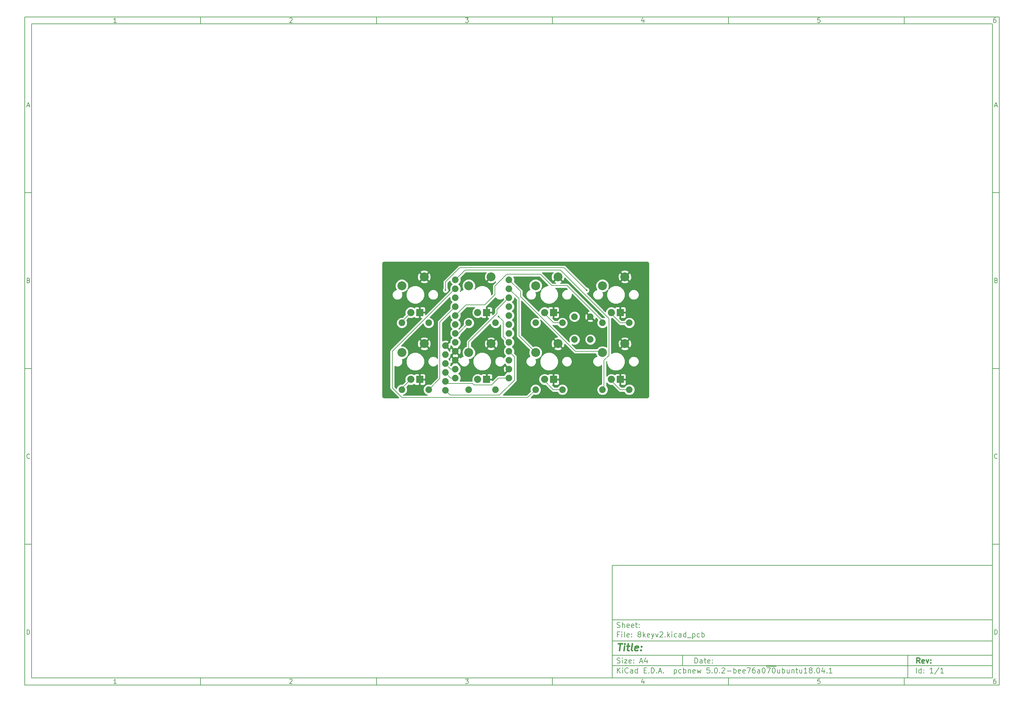
<source format=gbr>
G04 #@! TF.GenerationSoftware,KiCad,Pcbnew,5.0.2-bee76a0~70~ubuntu18.04.1*
G04 #@! TF.CreationDate,2019-02-02T15:30:55-05:00*
G04 #@! TF.ProjectId,8keyv2,386b6579-7632-42e6-9b69-6361645f7063,rev?*
G04 #@! TF.SameCoordinates,Original*
G04 #@! TF.FileFunction,Copper,L2,Bot*
G04 #@! TF.FilePolarity,Positive*
%FSLAX46Y46*%
G04 Gerber Fmt 4.6, Leading zero omitted, Abs format (unit mm)*
G04 Created by KiCad (PCBNEW 5.0.2-bee76a0~70~ubuntu18.04.1) date Sat 02 Feb 2019 03:30:55 PM EST*
%MOMM*%
%LPD*%
G01*
G04 APERTURE LIST*
%ADD10C,0.100000*%
%ADD11C,0.150000*%
%ADD12C,0.300000*%
%ADD13C,0.400000*%
G04 #@! TA.AperFunction,ComponentPad*
%ADD14C,1.879600*%
G04 #@! TD*
G04 #@! TA.AperFunction,ComponentPad*
%ADD15C,2.540000*%
G04 #@! TD*
G04 #@! TA.AperFunction,ComponentPad*
%ADD16R,2.032000X2.032000*%
G04 #@! TD*
G04 #@! TA.AperFunction,ComponentPad*
%ADD17C,2.032000*%
G04 #@! TD*
G04 #@! TA.AperFunction,ViaPad*
%ADD18C,0.508000*%
G04 #@! TD*
G04 #@! TA.AperFunction,Conductor*
%ADD19C,0.152400*%
G04 #@! TD*
G04 #@! TA.AperFunction,Conductor*
%ADD20C,0.254000*%
G04 #@! TD*
G04 APERTURE END LIST*
D10*
D11*
X177002200Y-166007200D02*
X177002200Y-198007200D01*
X285002200Y-198007200D01*
X285002200Y-166007200D01*
X177002200Y-166007200D01*
D10*
D11*
X10000000Y-10000000D02*
X10000000Y-200007200D01*
X287002200Y-200007200D01*
X287002200Y-10000000D01*
X10000000Y-10000000D01*
D10*
D11*
X12000000Y-12000000D02*
X12000000Y-198007200D01*
X285002200Y-198007200D01*
X285002200Y-12000000D01*
X12000000Y-12000000D01*
D10*
D11*
X60000000Y-12000000D02*
X60000000Y-10000000D01*
D10*
D11*
X110000000Y-12000000D02*
X110000000Y-10000000D01*
D10*
D11*
X160000000Y-12000000D02*
X160000000Y-10000000D01*
D10*
D11*
X210000000Y-12000000D02*
X210000000Y-10000000D01*
D10*
D11*
X260000000Y-12000000D02*
X260000000Y-10000000D01*
D10*
D11*
X36065476Y-11588095D02*
X35322619Y-11588095D01*
X35694047Y-11588095D02*
X35694047Y-10288095D01*
X35570238Y-10473809D01*
X35446428Y-10597619D01*
X35322619Y-10659523D01*
D10*
D11*
X85322619Y-10411904D02*
X85384523Y-10350000D01*
X85508333Y-10288095D01*
X85817857Y-10288095D01*
X85941666Y-10350000D01*
X86003571Y-10411904D01*
X86065476Y-10535714D01*
X86065476Y-10659523D01*
X86003571Y-10845238D01*
X85260714Y-11588095D01*
X86065476Y-11588095D01*
D10*
D11*
X135260714Y-10288095D02*
X136065476Y-10288095D01*
X135632142Y-10783333D01*
X135817857Y-10783333D01*
X135941666Y-10845238D01*
X136003571Y-10907142D01*
X136065476Y-11030952D01*
X136065476Y-11340476D01*
X136003571Y-11464285D01*
X135941666Y-11526190D01*
X135817857Y-11588095D01*
X135446428Y-11588095D01*
X135322619Y-11526190D01*
X135260714Y-11464285D01*
D10*
D11*
X185941666Y-10721428D02*
X185941666Y-11588095D01*
X185632142Y-10226190D02*
X185322619Y-11154761D01*
X186127380Y-11154761D01*
D10*
D11*
X236003571Y-10288095D02*
X235384523Y-10288095D01*
X235322619Y-10907142D01*
X235384523Y-10845238D01*
X235508333Y-10783333D01*
X235817857Y-10783333D01*
X235941666Y-10845238D01*
X236003571Y-10907142D01*
X236065476Y-11030952D01*
X236065476Y-11340476D01*
X236003571Y-11464285D01*
X235941666Y-11526190D01*
X235817857Y-11588095D01*
X235508333Y-11588095D01*
X235384523Y-11526190D01*
X235322619Y-11464285D01*
D10*
D11*
X285941666Y-10288095D02*
X285694047Y-10288095D01*
X285570238Y-10350000D01*
X285508333Y-10411904D01*
X285384523Y-10597619D01*
X285322619Y-10845238D01*
X285322619Y-11340476D01*
X285384523Y-11464285D01*
X285446428Y-11526190D01*
X285570238Y-11588095D01*
X285817857Y-11588095D01*
X285941666Y-11526190D01*
X286003571Y-11464285D01*
X286065476Y-11340476D01*
X286065476Y-11030952D01*
X286003571Y-10907142D01*
X285941666Y-10845238D01*
X285817857Y-10783333D01*
X285570238Y-10783333D01*
X285446428Y-10845238D01*
X285384523Y-10907142D01*
X285322619Y-11030952D01*
D10*
D11*
X60000000Y-198007200D02*
X60000000Y-200007200D01*
D10*
D11*
X110000000Y-198007200D02*
X110000000Y-200007200D01*
D10*
D11*
X160000000Y-198007200D02*
X160000000Y-200007200D01*
D10*
D11*
X210000000Y-198007200D02*
X210000000Y-200007200D01*
D10*
D11*
X260000000Y-198007200D02*
X260000000Y-200007200D01*
D10*
D11*
X36065476Y-199595295D02*
X35322619Y-199595295D01*
X35694047Y-199595295D02*
X35694047Y-198295295D01*
X35570238Y-198481009D01*
X35446428Y-198604819D01*
X35322619Y-198666723D01*
D10*
D11*
X85322619Y-198419104D02*
X85384523Y-198357200D01*
X85508333Y-198295295D01*
X85817857Y-198295295D01*
X85941666Y-198357200D01*
X86003571Y-198419104D01*
X86065476Y-198542914D01*
X86065476Y-198666723D01*
X86003571Y-198852438D01*
X85260714Y-199595295D01*
X86065476Y-199595295D01*
D10*
D11*
X135260714Y-198295295D02*
X136065476Y-198295295D01*
X135632142Y-198790533D01*
X135817857Y-198790533D01*
X135941666Y-198852438D01*
X136003571Y-198914342D01*
X136065476Y-199038152D01*
X136065476Y-199347676D01*
X136003571Y-199471485D01*
X135941666Y-199533390D01*
X135817857Y-199595295D01*
X135446428Y-199595295D01*
X135322619Y-199533390D01*
X135260714Y-199471485D01*
D10*
D11*
X185941666Y-198728628D02*
X185941666Y-199595295D01*
X185632142Y-198233390D02*
X185322619Y-199161961D01*
X186127380Y-199161961D01*
D10*
D11*
X236003571Y-198295295D02*
X235384523Y-198295295D01*
X235322619Y-198914342D01*
X235384523Y-198852438D01*
X235508333Y-198790533D01*
X235817857Y-198790533D01*
X235941666Y-198852438D01*
X236003571Y-198914342D01*
X236065476Y-199038152D01*
X236065476Y-199347676D01*
X236003571Y-199471485D01*
X235941666Y-199533390D01*
X235817857Y-199595295D01*
X235508333Y-199595295D01*
X235384523Y-199533390D01*
X235322619Y-199471485D01*
D10*
D11*
X285941666Y-198295295D02*
X285694047Y-198295295D01*
X285570238Y-198357200D01*
X285508333Y-198419104D01*
X285384523Y-198604819D01*
X285322619Y-198852438D01*
X285322619Y-199347676D01*
X285384523Y-199471485D01*
X285446428Y-199533390D01*
X285570238Y-199595295D01*
X285817857Y-199595295D01*
X285941666Y-199533390D01*
X286003571Y-199471485D01*
X286065476Y-199347676D01*
X286065476Y-199038152D01*
X286003571Y-198914342D01*
X285941666Y-198852438D01*
X285817857Y-198790533D01*
X285570238Y-198790533D01*
X285446428Y-198852438D01*
X285384523Y-198914342D01*
X285322619Y-199038152D01*
D10*
D11*
X10000000Y-60000000D02*
X12000000Y-60000000D01*
D10*
D11*
X10000000Y-110000000D02*
X12000000Y-110000000D01*
D10*
D11*
X10000000Y-160000000D02*
X12000000Y-160000000D01*
D10*
D11*
X10690476Y-35216666D02*
X11309523Y-35216666D01*
X10566666Y-35588095D02*
X11000000Y-34288095D01*
X11433333Y-35588095D01*
D10*
D11*
X11092857Y-84907142D02*
X11278571Y-84969047D01*
X11340476Y-85030952D01*
X11402380Y-85154761D01*
X11402380Y-85340476D01*
X11340476Y-85464285D01*
X11278571Y-85526190D01*
X11154761Y-85588095D01*
X10659523Y-85588095D01*
X10659523Y-84288095D01*
X11092857Y-84288095D01*
X11216666Y-84350000D01*
X11278571Y-84411904D01*
X11340476Y-84535714D01*
X11340476Y-84659523D01*
X11278571Y-84783333D01*
X11216666Y-84845238D01*
X11092857Y-84907142D01*
X10659523Y-84907142D01*
D10*
D11*
X11402380Y-135464285D02*
X11340476Y-135526190D01*
X11154761Y-135588095D01*
X11030952Y-135588095D01*
X10845238Y-135526190D01*
X10721428Y-135402380D01*
X10659523Y-135278571D01*
X10597619Y-135030952D01*
X10597619Y-134845238D01*
X10659523Y-134597619D01*
X10721428Y-134473809D01*
X10845238Y-134350000D01*
X11030952Y-134288095D01*
X11154761Y-134288095D01*
X11340476Y-134350000D01*
X11402380Y-134411904D01*
D10*
D11*
X10659523Y-185588095D02*
X10659523Y-184288095D01*
X10969047Y-184288095D01*
X11154761Y-184350000D01*
X11278571Y-184473809D01*
X11340476Y-184597619D01*
X11402380Y-184845238D01*
X11402380Y-185030952D01*
X11340476Y-185278571D01*
X11278571Y-185402380D01*
X11154761Y-185526190D01*
X10969047Y-185588095D01*
X10659523Y-185588095D01*
D10*
D11*
X287002200Y-60000000D02*
X285002200Y-60000000D01*
D10*
D11*
X287002200Y-110000000D02*
X285002200Y-110000000D01*
D10*
D11*
X287002200Y-160000000D02*
X285002200Y-160000000D01*
D10*
D11*
X285692676Y-35216666D02*
X286311723Y-35216666D01*
X285568866Y-35588095D02*
X286002200Y-34288095D01*
X286435533Y-35588095D01*
D10*
D11*
X286095057Y-84907142D02*
X286280771Y-84969047D01*
X286342676Y-85030952D01*
X286404580Y-85154761D01*
X286404580Y-85340476D01*
X286342676Y-85464285D01*
X286280771Y-85526190D01*
X286156961Y-85588095D01*
X285661723Y-85588095D01*
X285661723Y-84288095D01*
X286095057Y-84288095D01*
X286218866Y-84350000D01*
X286280771Y-84411904D01*
X286342676Y-84535714D01*
X286342676Y-84659523D01*
X286280771Y-84783333D01*
X286218866Y-84845238D01*
X286095057Y-84907142D01*
X285661723Y-84907142D01*
D10*
D11*
X286404580Y-135464285D02*
X286342676Y-135526190D01*
X286156961Y-135588095D01*
X286033152Y-135588095D01*
X285847438Y-135526190D01*
X285723628Y-135402380D01*
X285661723Y-135278571D01*
X285599819Y-135030952D01*
X285599819Y-134845238D01*
X285661723Y-134597619D01*
X285723628Y-134473809D01*
X285847438Y-134350000D01*
X286033152Y-134288095D01*
X286156961Y-134288095D01*
X286342676Y-134350000D01*
X286404580Y-134411904D01*
D10*
D11*
X285661723Y-185588095D02*
X285661723Y-184288095D01*
X285971247Y-184288095D01*
X286156961Y-184350000D01*
X286280771Y-184473809D01*
X286342676Y-184597619D01*
X286404580Y-184845238D01*
X286404580Y-185030952D01*
X286342676Y-185278571D01*
X286280771Y-185402380D01*
X286156961Y-185526190D01*
X285971247Y-185588095D01*
X285661723Y-185588095D01*
D10*
D11*
X200434342Y-193785771D02*
X200434342Y-192285771D01*
X200791485Y-192285771D01*
X201005771Y-192357200D01*
X201148628Y-192500057D01*
X201220057Y-192642914D01*
X201291485Y-192928628D01*
X201291485Y-193142914D01*
X201220057Y-193428628D01*
X201148628Y-193571485D01*
X201005771Y-193714342D01*
X200791485Y-193785771D01*
X200434342Y-193785771D01*
X202577200Y-193785771D02*
X202577200Y-193000057D01*
X202505771Y-192857200D01*
X202362914Y-192785771D01*
X202077200Y-192785771D01*
X201934342Y-192857200D01*
X202577200Y-193714342D02*
X202434342Y-193785771D01*
X202077200Y-193785771D01*
X201934342Y-193714342D01*
X201862914Y-193571485D01*
X201862914Y-193428628D01*
X201934342Y-193285771D01*
X202077200Y-193214342D01*
X202434342Y-193214342D01*
X202577200Y-193142914D01*
X203077200Y-192785771D02*
X203648628Y-192785771D01*
X203291485Y-192285771D02*
X203291485Y-193571485D01*
X203362914Y-193714342D01*
X203505771Y-193785771D01*
X203648628Y-193785771D01*
X204720057Y-193714342D02*
X204577200Y-193785771D01*
X204291485Y-193785771D01*
X204148628Y-193714342D01*
X204077200Y-193571485D01*
X204077200Y-193000057D01*
X204148628Y-192857200D01*
X204291485Y-192785771D01*
X204577200Y-192785771D01*
X204720057Y-192857200D01*
X204791485Y-193000057D01*
X204791485Y-193142914D01*
X204077200Y-193285771D01*
X205434342Y-193642914D02*
X205505771Y-193714342D01*
X205434342Y-193785771D01*
X205362914Y-193714342D01*
X205434342Y-193642914D01*
X205434342Y-193785771D01*
X205434342Y-192857200D02*
X205505771Y-192928628D01*
X205434342Y-193000057D01*
X205362914Y-192928628D01*
X205434342Y-192857200D01*
X205434342Y-193000057D01*
D10*
D11*
X177002200Y-194507200D02*
X285002200Y-194507200D01*
D10*
D11*
X178434342Y-196585771D02*
X178434342Y-195085771D01*
X179291485Y-196585771D02*
X178648628Y-195728628D01*
X179291485Y-195085771D02*
X178434342Y-195942914D01*
X179934342Y-196585771D02*
X179934342Y-195585771D01*
X179934342Y-195085771D02*
X179862914Y-195157200D01*
X179934342Y-195228628D01*
X180005771Y-195157200D01*
X179934342Y-195085771D01*
X179934342Y-195228628D01*
X181505771Y-196442914D02*
X181434342Y-196514342D01*
X181220057Y-196585771D01*
X181077200Y-196585771D01*
X180862914Y-196514342D01*
X180720057Y-196371485D01*
X180648628Y-196228628D01*
X180577200Y-195942914D01*
X180577200Y-195728628D01*
X180648628Y-195442914D01*
X180720057Y-195300057D01*
X180862914Y-195157200D01*
X181077200Y-195085771D01*
X181220057Y-195085771D01*
X181434342Y-195157200D01*
X181505771Y-195228628D01*
X182791485Y-196585771D02*
X182791485Y-195800057D01*
X182720057Y-195657200D01*
X182577200Y-195585771D01*
X182291485Y-195585771D01*
X182148628Y-195657200D01*
X182791485Y-196514342D02*
X182648628Y-196585771D01*
X182291485Y-196585771D01*
X182148628Y-196514342D01*
X182077200Y-196371485D01*
X182077200Y-196228628D01*
X182148628Y-196085771D01*
X182291485Y-196014342D01*
X182648628Y-196014342D01*
X182791485Y-195942914D01*
X184148628Y-196585771D02*
X184148628Y-195085771D01*
X184148628Y-196514342D02*
X184005771Y-196585771D01*
X183720057Y-196585771D01*
X183577200Y-196514342D01*
X183505771Y-196442914D01*
X183434342Y-196300057D01*
X183434342Y-195871485D01*
X183505771Y-195728628D01*
X183577200Y-195657200D01*
X183720057Y-195585771D01*
X184005771Y-195585771D01*
X184148628Y-195657200D01*
X186005771Y-195800057D02*
X186505771Y-195800057D01*
X186720057Y-196585771D02*
X186005771Y-196585771D01*
X186005771Y-195085771D01*
X186720057Y-195085771D01*
X187362914Y-196442914D02*
X187434342Y-196514342D01*
X187362914Y-196585771D01*
X187291485Y-196514342D01*
X187362914Y-196442914D01*
X187362914Y-196585771D01*
X188077200Y-196585771D02*
X188077200Y-195085771D01*
X188434342Y-195085771D01*
X188648628Y-195157200D01*
X188791485Y-195300057D01*
X188862914Y-195442914D01*
X188934342Y-195728628D01*
X188934342Y-195942914D01*
X188862914Y-196228628D01*
X188791485Y-196371485D01*
X188648628Y-196514342D01*
X188434342Y-196585771D01*
X188077200Y-196585771D01*
X189577200Y-196442914D02*
X189648628Y-196514342D01*
X189577200Y-196585771D01*
X189505771Y-196514342D01*
X189577200Y-196442914D01*
X189577200Y-196585771D01*
X190220057Y-196157200D02*
X190934342Y-196157200D01*
X190077200Y-196585771D02*
X190577200Y-195085771D01*
X191077200Y-196585771D01*
X191577200Y-196442914D02*
X191648628Y-196514342D01*
X191577200Y-196585771D01*
X191505771Y-196514342D01*
X191577200Y-196442914D01*
X191577200Y-196585771D01*
X194577200Y-195585771D02*
X194577200Y-197085771D01*
X194577200Y-195657200D02*
X194720057Y-195585771D01*
X195005771Y-195585771D01*
X195148628Y-195657200D01*
X195220057Y-195728628D01*
X195291485Y-195871485D01*
X195291485Y-196300057D01*
X195220057Y-196442914D01*
X195148628Y-196514342D01*
X195005771Y-196585771D01*
X194720057Y-196585771D01*
X194577200Y-196514342D01*
X196577200Y-196514342D02*
X196434342Y-196585771D01*
X196148628Y-196585771D01*
X196005771Y-196514342D01*
X195934342Y-196442914D01*
X195862914Y-196300057D01*
X195862914Y-195871485D01*
X195934342Y-195728628D01*
X196005771Y-195657200D01*
X196148628Y-195585771D01*
X196434342Y-195585771D01*
X196577200Y-195657200D01*
X197220057Y-196585771D02*
X197220057Y-195085771D01*
X197220057Y-195657200D02*
X197362914Y-195585771D01*
X197648628Y-195585771D01*
X197791485Y-195657200D01*
X197862914Y-195728628D01*
X197934342Y-195871485D01*
X197934342Y-196300057D01*
X197862914Y-196442914D01*
X197791485Y-196514342D01*
X197648628Y-196585771D01*
X197362914Y-196585771D01*
X197220057Y-196514342D01*
X198577200Y-195585771D02*
X198577200Y-196585771D01*
X198577200Y-195728628D02*
X198648628Y-195657200D01*
X198791485Y-195585771D01*
X199005771Y-195585771D01*
X199148628Y-195657200D01*
X199220057Y-195800057D01*
X199220057Y-196585771D01*
X200505771Y-196514342D02*
X200362914Y-196585771D01*
X200077200Y-196585771D01*
X199934342Y-196514342D01*
X199862914Y-196371485D01*
X199862914Y-195800057D01*
X199934342Y-195657200D01*
X200077200Y-195585771D01*
X200362914Y-195585771D01*
X200505771Y-195657200D01*
X200577200Y-195800057D01*
X200577200Y-195942914D01*
X199862914Y-196085771D01*
X201077200Y-195585771D02*
X201362914Y-196585771D01*
X201648628Y-195871485D01*
X201934342Y-196585771D01*
X202220057Y-195585771D01*
X204648628Y-195085771D02*
X203934342Y-195085771D01*
X203862914Y-195800057D01*
X203934342Y-195728628D01*
X204077200Y-195657200D01*
X204434342Y-195657200D01*
X204577200Y-195728628D01*
X204648628Y-195800057D01*
X204720057Y-195942914D01*
X204720057Y-196300057D01*
X204648628Y-196442914D01*
X204577200Y-196514342D01*
X204434342Y-196585771D01*
X204077200Y-196585771D01*
X203934342Y-196514342D01*
X203862914Y-196442914D01*
X205362914Y-196442914D02*
X205434342Y-196514342D01*
X205362914Y-196585771D01*
X205291485Y-196514342D01*
X205362914Y-196442914D01*
X205362914Y-196585771D01*
X206362914Y-195085771D02*
X206505771Y-195085771D01*
X206648628Y-195157200D01*
X206720057Y-195228628D01*
X206791485Y-195371485D01*
X206862914Y-195657200D01*
X206862914Y-196014342D01*
X206791485Y-196300057D01*
X206720057Y-196442914D01*
X206648628Y-196514342D01*
X206505771Y-196585771D01*
X206362914Y-196585771D01*
X206220057Y-196514342D01*
X206148628Y-196442914D01*
X206077200Y-196300057D01*
X206005771Y-196014342D01*
X206005771Y-195657200D01*
X206077200Y-195371485D01*
X206148628Y-195228628D01*
X206220057Y-195157200D01*
X206362914Y-195085771D01*
X207505771Y-196442914D02*
X207577200Y-196514342D01*
X207505771Y-196585771D01*
X207434342Y-196514342D01*
X207505771Y-196442914D01*
X207505771Y-196585771D01*
X208148628Y-195228628D02*
X208220057Y-195157200D01*
X208362914Y-195085771D01*
X208720057Y-195085771D01*
X208862914Y-195157200D01*
X208934342Y-195228628D01*
X209005771Y-195371485D01*
X209005771Y-195514342D01*
X208934342Y-195728628D01*
X208077200Y-196585771D01*
X209005771Y-196585771D01*
X209648628Y-196014342D02*
X210791485Y-196014342D01*
X211505771Y-196585771D02*
X211505771Y-195085771D01*
X211505771Y-195657200D02*
X211648628Y-195585771D01*
X211934342Y-195585771D01*
X212077200Y-195657200D01*
X212148628Y-195728628D01*
X212220057Y-195871485D01*
X212220057Y-196300057D01*
X212148628Y-196442914D01*
X212077200Y-196514342D01*
X211934342Y-196585771D01*
X211648628Y-196585771D01*
X211505771Y-196514342D01*
X213434342Y-196514342D02*
X213291485Y-196585771D01*
X213005771Y-196585771D01*
X212862914Y-196514342D01*
X212791485Y-196371485D01*
X212791485Y-195800057D01*
X212862914Y-195657200D01*
X213005771Y-195585771D01*
X213291485Y-195585771D01*
X213434342Y-195657200D01*
X213505771Y-195800057D01*
X213505771Y-195942914D01*
X212791485Y-196085771D01*
X214720057Y-196514342D02*
X214577200Y-196585771D01*
X214291485Y-196585771D01*
X214148628Y-196514342D01*
X214077200Y-196371485D01*
X214077200Y-195800057D01*
X214148628Y-195657200D01*
X214291485Y-195585771D01*
X214577200Y-195585771D01*
X214720057Y-195657200D01*
X214791485Y-195800057D01*
X214791485Y-195942914D01*
X214077200Y-196085771D01*
X215291485Y-195085771D02*
X216291485Y-195085771D01*
X215648628Y-196585771D01*
X217505771Y-195085771D02*
X217220057Y-195085771D01*
X217077200Y-195157200D01*
X217005771Y-195228628D01*
X216862914Y-195442914D01*
X216791485Y-195728628D01*
X216791485Y-196300057D01*
X216862914Y-196442914D01*
X216934342Y-196514342D01*
X217077200Y-196585771D01*
X217362914Y-196585771D01*
X217505771Y-196514342D01*
X217577200Y-196442914D01*
X217648628Y-196300057D01*
X217648628Y-195942914D01*
X217577200Y-195800057D01*
X217505771Y-195728628D01*
X217362914Y-195657200D01*
X217077200Y-195657200D01*
X216934342Y-195728628D01*
X216862914Y-195800057D01*
X216791485Y-195942914D01*
X218934342Y-196585771D02*
X218934342Y-195800057D01*
X218862914Y-195657200D01*
X218720057Y-195585771D01*
X218434342Y-195585771D01*
X218291485Y-195657200D01*
X218934342Y-196514342D02*
X218791485Y-196585771D01*
X218434342Y-196585771D01*
X218291485Y-196514342D01*
X218220057Y-196371485D01*
X218220057Y-196228628D01*
X218291485Y-196085771D01*
X218434342Y-196014342D01*
X218791485Y-196014342D01*
X218934342Y-195942914D01*
X219934342Y-195085771D02*
X220077200Y-195085771D01*
X220220057Y-195157200D01*
X220291485Y-195228628D01*
X220362914Y-195371485D01*
X220434342Y-195657200D01*
X220434342Y-196014342D01*
X220362914Y-196300057D01*
X220291485Y-196442914D01*
X220220057Y-196514342D01*
X220077200Y-196585771D01*
X219934342Y-196585771D01*
X219791485Y-196514342D01*
X219720057Y-196442914D01*
X219648628Y-196300057D01*
X219577200Y-196014342D01*
X219577200Y-195657200D01*
X219648628Y-195371485D01*
X219720057Y-195228628D01*
X219791485Y-195157200D01*
X219934342Y-195085771D01*
X220720057Y-194677200D02*
X222148628Y-194677200D01*
X220934342Y-195085771D02*
X221934342Y-195085771D01*
X221291485Y-196585771D01*
X222148628Y-194677200D02*
X223577200Y-194677200D01*
X222791485Y-195085771D02*
X222934342Y-195085771D01*
X223077200Y-195157200D01*
X223148628Y-195228628D01*
X223220057Y-195371485D01*
X223291485Y-195657200D01*
X223291485Y-196014342D01*
X223220057Y-196300057D01*
X223148628Y-196442914D01*
X223077200Y-196514342D01*
X222934342Y-196585771D01*
X222791485Y-196585771D01*
X222648628Y-196514342D01*
X222577200Y-196442914D01*
X222505771Y-196300057D01*
X222434342Y-196014342D01*
X222434342Y-195657200D01*
X222505771Y-195371485D01*
X222577200Y-195228628D01*
X222648628Y-195157200D01*
X222791485Y-195085771D01*
X224577200Y-195585771D02*
X224577200Y-196585771D01*
X223934342Y-195585771D02*
X223934342Y-196371485D01*
X224005771Y-196514342D01*
X224148628Y-196585771D01*
X224362914Y-196585771D01*
X224505771Y-196514342D01*
X224577200Y-196442914D01*
X225291485Y-196585771D02*
X225291485Y-195085771D01*
X225291485Y-195657200D02*
X225434342Y-195585771D01*
X225720057Y-195585771D01*
X225862914Y-195657200D01*
X225934342Y-195728628D01*
X226005771Y-195871485D01*
X226005771Y-196300057D01*
X225934342Y-196442914D01*
X225862914Y-196514342D01*
X225720057Y-196585771D01*
X225434342Y-196585771D01*
X225291485Y-196514342D01*
X227291485Y-195585771D02*
X227291485Y-196585771D01*
X226648628Y-195585771D02*
X226648628Y-196371485D01*
X226720057Y-196514342D01*
X226862914Y-196585771D01*
X227077200Y-196585771D01*
X227220057Y-196514342D01*
X227291485Y-196442914D01*
X228005771Y-195585771D02*
X228005771Y-196585771D01*
X228005771Y-195728628D02*
X228077200Y-195657200D01*
X228220057Y-195585771D01*
X228434342Y-195585771D01*
X228577200Y-195657200D01*
X228648628Y-195800057D01*
X228648628Y-196585771D01*
X229148628Y-195585771D02*
X229720057Y-195585771D01*
X229362914Y-195085771D02*
X229362914Y-196371485D01*
X229434342Y-196514342D01*
X229577200Y-196585771D01*
X229720057Y-196585771D01*
X230862914Y-195585771D02*
X230862914Y-196585771D01*
X230220057Y-195585771D02*
X230220057Y-196371485D01*
X230291485Y-196514342D01*
X230434342Y-196585771D01*
X230648628Y-196585771D01*
X230791485Y-196514342D01*
X230862914Y-196442914D01*
X232362914Y-196585771D02*
X231505771Y-196585771D01*
X231934342Y-196585771D02*
X231934342Y-195085771D01*
X231791485Y-195300057D01*
X231648628Y-195442914D01*
X231505771Y-195514342D01*
X233220057Y-195728628D02*
X233077200Y-195657200D01*
X233005771Y-195585771D01*
X232934342Y-195442914D01*
X232934342Y-195371485D01*
X233005771Y-195228628D01*
X233077200Y-195157200D01*
X233220057Y-195085771D01*
X233505771Y-195085771D01*
X233648628Y-195157200D01*
X233720057Y-195228628D01*
X233791485Y-195371485D01*
X233791485Y-195442914D01*
X233720057Y-195585771D01*
X233648628Y-195657200D01*
X233505771Y-195728628D01*
X233220057Y-195728628D01*
X233077200Y-195800057D01*
X233005771Y-195871485D01*
X232934342Y-196014342D01*
X232934342Y-196300057D01*
X233005771Y-196442914D01*
X233077200Y-196514342D01*
X233220057Y-196585771D01*
X233505771Y-196585771D01*
X233648628Y-196514342D01*
X233720057Y-196442914D01*
X233791485Y-196300057D01*
X233791485Y-196014342D01*
X233720057Y-195871485D01*
X233648628Y-195800057D01*
X233505771Y-195728628D01*
X234434342Y-196442914D02*
X234505771Y-196514342D01*
X234434342Y-196585771D01*
X234362914Y-196514342D01*
X234434342Y-196442914D01*
X234434342Y-196585771D01*
X235434342Y-195085771D02*
X235577200Y-195085771D01*
X235720057Y-195157200D01*
X235791485Y-195228628D01*
X235862914Y-195371485D01*
X235934342Y-195657200D01*
X235934342Y-196014342D01*
X235862914Y-196300057D01*
X235791485Y-196442914D01*
X235720057Y-196514342D01*
X235577200Y-196585771D01*
X235434342Y-196585771D01*
X235291485Y-196514342D01*
X235220057Y-196442914D01*
X235148628Y-196300057D01*
X235077200Y-196014342D01*
X235077200Y-195657200D01*
X235148628Y-195371485D01*
X235220057Y-195228628D01*
X235291485Y-195157200D01*
X235434342Y-195085771D01*
X237220057Y-195585771D02*
X237220057Y-196585771D01*
X236862914Y-195014342D02*
X236505771Y-196085771D01*
X237434342Y-196085771D01*
X238005771Y-196442914D02*
X238077199Y-196514342D01*
X238005771Y-196585771D01*
X237934342Y-196514342D01*
X238005771Y-196442914D01*
X238005771Y-196585771D01*
X239505771Y-196585771D02*
X238648628Y-196585771D01*
X239077200Y-196585771D02*
X239077200Y-195085771D01*
X238934342Y-195300057D01*
X238791485Y-195442914D01*
X238648628Y-195514342D01*
D10*
D11*
X177002200Y-191507200D02*
X285002200Y-191507200D01*
D10*
D12*
X264411485Y-193785771D02*
X263911485Y-193071485D01*
X263554342Y-193785771D02*
X263554342Y-192285771D01*
X264125771Y-192285771D01*
X264268628Y-192357200D01*
X264340057Y-192428628D01*
X264411485Y-192571485D01*
X264411485Y-192785771D01*
X264340057Y-192928628D01*
X264268628Y-193000057D01*
X264125771Y-193071485D01*
X263554342Y-193071485D01*
X265625771Y-193714342D02*
X265482914Y-193785771D01*
X265197200Y-193785771D01*
X265054342Y-193714342D01*
X264982914Y-193571485D01*
X264982914Y-193000057D01*
X265054342Y-192857200D01*
X265197200Y-192785771D01*
X265482914Y-192785771D01*
X265625771Y-192857200D01*
X265697200Y-193000057D01*
X265697200Y-193142914D01*
X264982914Y-193285771D01*
X266197200Y-192785771D02*
X266554342Y-193785771D01*
X266911485Y-192785771D01*
X267482914Y-193642914D02*
X267554342Y-193714342D01*
X267482914Y-193785771D01*
X267411485Y-193714342D01*
X267482914Y-193642914D01*
X267482914Y-193785771D01*
X267482914Y-192857200D02*
X267554342Y-192928628D01*
X267482914Y-193000057D01*
X267411485Y-192928628D01*
X267482914Y-192857200D01*
X267482914Y-193000057D01*
D10*
D11*
X178362914Y-193714342D02*
X178577200Y-193785771D01*
X178934342Y-193785771D01*
X179077200Y-193714342D01*
X179148628Y-193642914D01*
X179220057Y-193500057D01*
X179220057Y-193357200D01*
X179148628Y-193214342D01*
X179077200Y-193142914D01*
X178934342Y-193071485D01*
X178648628Y-193000057D01*
X178505771Y-192928628D01*
X178434342Y-192857200D01*
X178362914Y-192714342D01*
X178362914Y-192571485D01*
X178434342Y-192428628D01*
X178505771Y-192357200D01*
X178648628Y-192285771D01*
X179005771Y-192285771D01*
X179220057Y-192357200D01*
X179862914Y-193785771D02*
X179862914Y-192785771D01*
X179862914Y-192285771D02*
X179791485Y-192357200D01*
X179862914Y-192428628D01*
X179934342Y-192357200D01*
X179862914Y-192285771D01*
X179862914Y-192428628D01*
X180434342Y-192785771D02*
X181220057Y-192785771D01*
X180434342Y-193785771D01*
X181220057Y-193785771D01*
X182362914Y-193714342D02*
X182220057Y-193785771D01*
X181934342Y-193785771D01*
X181791485Y-193714342D01*
X181720057Y-193571485D01*
X181720057Y-193000057D01*
X181791485Y-192857200D01*
X181934342Y-192785771D01*
X182220057Y-192785771D01*
X182362914Y-192857200D01*
X182434342Y-193000057D01*
X182434342Y-193142914D01*
X181720057Y-193285771D01*
X183077200Y-193642914D02*
X183148628Y-193714342D01*
X183077200Y-193785771D01*
X183005771Y-193714342D01*
X183077200Y-193642914D01*
X183077200Y-193785771D01*
X183077200Y-192857200D02*
X183148628Y-192928628D01*
X183077200Y-193000057D01*
X183005771Y-192928628D01*
X183077200Y-192857200D01*
X183077200Y-193000057D01*
X184862914Y-193357200D02*
X185577200Y-193357200D01*
X184720057Y-193785771D02*
X185220057Y-192285771D01*
X185720057Y-193785771D01*
X186862914Y-192785771D02*
X186862914Y-193785771D01*
X186505771Y-192214342D02*
X186148628Y-193285771D01*
X187077200Y-193285771D01*
D10*
D11*
X263434342Y-196585771D02*
X263434342Y-195085771D01*
X264791485Y-196585771D02*
X264791485Y-195085771D01*
X264791485Y-196514342D02*
X264648628Y-196585771D01*
X264362914Y-196585771D01*
X264220057Y-196514342D01*
X264148628Y-196442914D01*
X264077200Y-196300057D01*
X264077200Y-195871485D01*
X264148628Y-195728628D01*
X264220057Y-195657200D01*
X264362914Y-195585771D01*
X264648628Y-195585771D01*
X264791485Y-195657200D01*
X265505771Y-196442914D02*
X265577200Y-196514342D01*
X265505771Y-196585771D01*
X265434342Y-196514342D01*
X265505771Y-196442914D01*
X265505771Y-196585771D01*
X265505771Y-195657200D02*
X265577200Y-195728628D01*
X265505771Y-195800057D01*
X265434342Y-195728628D01*
X265505771Y-195657200D01*
X265505771Y-195800057D01*
X268148628Y-196585771D02*
X267291485Y-196585771D01*
X267720057Y-196585771D02*
X267720057Y-195085771D01*
X267577200Y-195300057D01*
X267434342Y-195442914D01*
X267291485Y-195514342D01*
X269862914Y-195014342D02*
X268577200Y-196942914D01*
X271148628Y-196585771D02*
X270291485Y-196585771D01*
X270720057Y-196585771D02*
X270720057Y-195085771D01*
X270577200Y-195300057D01*
X270434342Y-195442914D01*
X270291485Y-195514342D01*
D10*
D11*
X177002200Y-187507200D02*
X285002200Y-187507200D01*
D10*
D13*
X178714580Y-188211961D02*
X179857438Y-188211961D01*
X179036009Y-190211961D02*
X179286009Y-188211961D01*
X180274104Y-190211961D02*
X180440771Y-188878628D01*
X180524104Y-188211961D02*
X180416961Y-188307200D01*
X180500295Y-188402438D01*
X180607438Y-188307200D01*
X180524104Y-188211961D01*
X180500295Y-188402438D01*
X181107438Y-188878628D02*
X181869342Y-188878628D01*
X181476485Y-188211961D02*
X181262200Y-189926247D01*
X181333628Y-190116723D01*
X181512200Y-190211961D01*
X181702676Y-190211961D01*
X182655057Y-190211961D02*
X182476485Y-190116723D01*
X182405057Y-189926247D01*
X182619342Y-188211961D01*
X184190771Y-190116723D02*
X183988390Y-190211961D01*
X183607438Y-190211961D01*
X183428866Y-190116723D01*
X183357438Y-189926247D01*
X183452676Y-189164342D01*
X183571723Y-188973866D01*
X183774104Y-188878628D01*
X184155057Y-188878628D01*
X184333628Y-188973866D01*
X184405057Y-189164342D01*
X184381247Y-189354819D01*
X183405057Y-189545295D01*
X185155057Y-190021485D02*
X185238390Y-190116723D01*
X185131247Y-190211961D01*
X185047914Y-190116723D01*
X185155057Y-190021485D01*
X185131247Y-190211961D01*
X185286009Y-188973866D02*
X185369342Y-189069104D01*
X185262200Y-189164342D01*
X185178866Y-189069104D01*
X185286009Y-188973866D01*
X185262200Y-189164342D01*
D10*
D11*
X178934342Y-185600057D02*
X178434342Y-185600057D01*
X178434342Y-186385771D02*
X178434342Y-184885771D01*
X179148628Y-184885771D01*
X179720057Y-186385771D02*
X179720057Y-185385771D01*
X179720057Y-184885771D02*
X179648628Y-184957200D01*
X179720057Y-185028628D01*
X179791485Y-184957200D01*
X179720057Y-184885771D01*
X179720057Y-185028628D01*
X180648628Y-186385771D02*
X180505771Y-186314342D01*
X180434342Y-186171485D01*
X180434342Y-184885771D01*
X181791485Y-186314342D02*
X181648628Y-186385771D01*
X181362914Y-186385771D01*
X181220057Y-186314342D01*
X181148628Y-186171485D01*
X181148628Y-185600057D01*
X181220057Y-185457200D01*
X181362914Y-185385771D01*
X181648628Y-185385771D01*
X181791485Y-185457200D01*
X181862914Y-185600057D01*
X181862914Y-185742914D01*
X181148628Y-185885771D01*
X182505771Y-186242914D02*
X182577200Y-186314342D01*
X182505771Y-186385771D01*
X182434342Y-186314342D01*
X182505771Y-186242914D01*
X182505771Y-186385771D01*
X182505771Y-185457200D02*
X182577200Y-185528628D01*
X182505771Y-185600057D01*
X182434342Y-185528628D01*
X182505771Y-185457200D01*
X182505771Y-185600057D01*
X184577200Y-185528628D02*
X184434342Y-185457200D01*
X184362914Y-185385771D01*
X184291485Y-185242914D01*
X184291485Y-185171485D01*
X184362914Y-185028628D01*
X184434342Y-184957200D01*
X184577200Y-184885771D01*
X184862914Y-184885771D01*
X185005771Y-184957200D01*
X185077200Y-185028628D01*
X185148628Y-185171485D01*
X185148628Y-185242914D01*
X185077200Y-185385771D01*
X185005771Y-185457200D01*
X184862914Y-185528628D01*
X184577200Y-185528628D01*
X184434342Y-185600057D01*
X184362914Y-185671485D01*
X184291485Y-185814342D01*
X184291485Y-186100057D01*
X184362914Y-186242914D01*
X184434342Y-186314342D01*
X184577200Y-186385771D01*
X184862914Y-186385771D01*
X185005771Y-186314342D01*
X185077200Y-186242914D01*
X185148628Y-186100057D01*
X185148628Y-185814342D01*
X185077200Y-185671485D01*
X185005771Y-185600057D01*
X184862914Y-185528628D01*
X185791485Y-186385771D02*
X185791485Y-184885771D01*
X185934342Y-185814342D02*
X186362914Y-186385771D01*
X186362914Y-185385771D02*
X185791485Y-185957200D01*
X187577200Y-186314342D02*
X187434342Y-186385771D01*
X187148628Y-186385771D01*
X187005771Y-186314342D01*
X186934342Y-186171485D01*
X186934342Y-185600057D01*
X187005771Y-185457200D01*
X187148628Y-185385771D01*
X187434342Y-185385771D01*
X187577200Y-185457200D01*
X187648628Y-185600057D01*
X187648628Y-185742914D01*
X186934342Y-185885771D01*
X188148628Y-185385771D02*
X188505771Y-186385771D01*
X188862914Y-185385771D02*
X188505771Y-186385771D01*
X188362914Y-186742914D01*
X188291485Y-186814342D01*
X188148628Y-186885771D01*
X189291485Y-185385771D02*
X189648628Y-186385771D01*
X190005771Y-185385771D01*
X190505771Y-185028628D02*
X190577200Y-184957200D01*
X190720057Y-184885771D01*
X191077200Y-184885771D01*
X191220057Y-184957200D01*
X191291485Y-185028628D01*
X191362914Y-185171485D01*
X191362914Y-185314342D01*
X191291485Y-185528628D01*
X190434342Y-186385771D01*
X191362914Y-186385771D01*
X192005771Y-186242914D02*
X192077200Y-186314342D01*
X192005771Y-186385771D01*
X191934342Y-186314342D01*
X192005771Y-186242914D01*
X192005771Y-186385771D01*
X192720057Y-186385771D02*
X192720057Y-184885771D01*
X192862914Y-185814342D02*
X193291485Y-186385771D01*
X193291485Y-185385771D02*
X192720057Y-185957200D01*
X193934342Y-186385771D02*
X193934342Y-185385771D01*
X193934342Y-184885771D02*
X193862914Y-184957200D01*
X193934342Y-185028628D01*
X194005771Y-184957200D01*
X193934342Y-184885771D01*
X193934342Y-185028628D01*
X195291485Y-186314342D02*
X195148628Y-186385771D01*
X194862914Y-186385771D01*
X194720057Y-186314342D01*
X194648628Y-186242914D01*
X194577200Y-186100057D01*
X194577200Y-185671485D01*
X194648628Y-185528628D01*
X194720057Y-185457200D01*
X194862914Y-185385771D01*
X195148628Y-185385771D01*
X195291485Y-185457200D01*
X196577200Y-186385771D02*
X196577200Y-185600057D01*
X196505771Y-185457200D01*
X196362914Y-185385771D01*
X196077200Y-185385771D01*
X195934342Y-185457200D01*
X196577200Y-186314342D02*
X196434342Y-186385771D01*
X196077200Y-186385771D01*
X195934342Y-186314342D01*
X195862914Y-186171485D01*
X195862914Y-186028628D01*
X195934342Y-185885771D01*
X196077200Y-185814342D01*
X196434342Y-185814342D01*
X196577200Y-185742914D01*
X197934342Y-186385771D02*
X197934342Y-184885771D01*
X197934342Y-186314342D02*
X197791485Y-186385771D01*
X197505771Y-186385771D01*
X197362914Y-186314342D01*
X197291485Y-186242914D01*
X197220057Y-186100057D01*
X197220057Y-185671485D01*
X197291485Y-185528628D01*
X197362914Y-185457200D01*
X197505771Y-185385771D01*
X197791485Y-185385771D01*
X197934342Y-185457200D01*
X198291485Y-186528628D02*
X199434342Y-186528628D01*
X199791485Y-185385771D02*
X199791485Y-186885771D01*
X199791485Y-185457200D02*
X199934342Y-185385771D01*
X200220057Y-185385771D01*
X200362914Y-185457200D01*
X200434342Y-185528628D01*
X200505771Y-185671485D01*
X200505771Y-186100057D01*
X200434342Y-186242914D01*
X200362914Y-186314342D01*
X200220057Y-186385771D01*
X199934342Y-186385771D01*
X199791485Y-186314342D01*
X201791485Y-186314342D02*
X201648628Y-186385771D01*
X201362914Y-186385771D01*
X201220057Y-186314342D01*
X201148628Y-186242914D01*
X201077200Y-186100057D01*
X201077200Y-185671485D01*
X201148628Y-185528628D01*
X201220057Y-185457200D01*
X201362914Y-185385771D01*
X201648628Y-185385771D01*
X201791485Y-185457200D01*
X202434342Y-186385771D02*
X202434342Y-184885771D01*
X202434342Y-185457200D02*
X202577200Y-185385771D01*
X202862914Y-185385771D01*
X203005771Y-185457200D01*
X203077200Y-185528628D01*
X203148628Y-185671485D01*
X203148628Y-186100057D01*
X203077200Y-186242914D01*
X203005771Y-186314342D01*
X202862914Y-186385771D01*
X202577200Y-186385771D01*
X202434342Y-186314342D01*
D10*
D11*
X177002200Y-181507200D02*
X285002200Y-181507200D01*
D10*
D11*
X178362914Y-183614342D02*
X178577200Y-183685771D01*
X178934342Y-183685771D01*
X179077200Y-183614342D01*
X179148628Y-183542914D01*
X179220057Y-183400057D01*
X179220057Y-183257200D01*
X179148628Y-183114342D01*
X179077200Y-183042914D01*
X178934342Y-182971485D01*
X178648628Y-182900057D01*
X178505771Y-182828628D01*
X178434342Y-182757200D01*
X178362914Y-182614342D01*
X178362914Y-182471485D01*
X178434342Y-182328628D01*
X178505771Y-182257200D01*
X178648628Y-182185771D01*
X179005771Y-182185771D01*
X179220057Y-182257200D01*
X179862914Y-183685771D02*
X179862914Y-182185771D01*
X180505771Y-183685771D02*
X180505771Y-182900057D01*
X180434342Y-182757200D01*
X180291485Y-182685771D01*
X180077200Y-182685771D01*
X179934342Y-182757200D01*
X179862914Y-182828628D01*
X181791485Y-183614342D02*
X181648628Y-183685771D01*
X181362914Y-183685771D01*
X181220057Y-183614342D01*
X181148628Y-183471485D01*
X181148628Y-182900057D01*
X181220057Y-182757200D01*
X181362914Y-182685771D01*
X181648628Y-182685771D01*
X181791485Y-182757200D01*
X181862914Y-182900057D01*
X181862914Y-183042914D01*
X181148628Y-183185771D01*
X183077200Y-183614342D02*
X182934342Y-183685771D01*
X182648628Y-183685771D01*
X182505771Y-183614342D01*
X182434342Y-183471485D01*
X182434342Y-182900057D01*
X182505771Y-182757200D01*
X182648628Y-182685771D01*
X182934342Y-182685771D01*
X183077200Y-182757200D01*
X183148628Y-182900057D01*
X183148628Y-183042914D01*
X182434342Y-183185771D01*
X183577200Y-182685771D02*
X184148628Y-182685771D01*
X183791485Y-182185771D02*
X183791485Y-183471485D01*
X183862914Y-183614342D01*
X184005771Y-183685771D01*
X184148628Y-183685771D01*
X184648628Y-183542914D02*
X184720057Y-183614342D01*
X184648628Y-183685771D01*
X184577200Y-183614342D01*
X184648628Y-183542914D01*
X184648628Y-183685771D01*
X184648628Y-182757200D02*
X184720057Y-182828628D01*
X184648628Y-182900057D01*
X184577200Y-182828628D01*
X184648628Y-182757200D01*
X184648628Y-182900057D01*
D10*
D11*
X197002200Y-191507200D02*
X197002200Y-194507200D01*
D10*
D11*
X261002200Y-191507200D02*
X261002200Y-198007200D01*
D14*
G04 #@! TO.P,R8,P$2*
G04 #@! TO.N,Net-(R8-PadP$2)*
X181810000Y-116000000D03*
G04 #@! TO.P,R8,P$1*
G04 #@! TO.N,LED8*
X174190000Y-116000000D03*
G04 #@! TD*
G04 #@! TO.P,B1,1*
G04 #@! TO.N,TX*
X132380000Y-112700000D03*
G04 #@! TO.P,B1,2*
G04 #@! TO.N,RX*
X132380000Y-110160000D03*
G04 #@! TO.P,B1,3*
G04 #@! TO.N,GND*
X132380000Y-107620000D03*
G04 #@! TO.P,B1,4*
X132380000Y-105080000D03*
G04 #@! TO.P,B1,5*
G04 #@! TO.N,LED1*
X132380000Y-102540000D03*
G04 #@! TO.P,B1,6*
G04 #@! TO.N,LED2*
X132380000Y-100000000D03*
G04 #@! TO.P,B1,7*
G04 #@! TO.N,LED3*
X132380000Y-97460000D03*
G04 #@! TO.P,B1,8*
G04 #@! TO.N,LED4*
X132380000Y-94920000D03*
G04 #@! TO.P,B1,9*
G04 #@! TO.N,LED5*
X132380000Y-92380000D03*
G04 #@! TO.P,B1,10*
G04 #@! TO.N,LED6*
X132380000Y-89840000D03*
G04 #@! TO.P,B1,11*
G04 #@! TO.N,LED7*
X132380000Y-87300000D03*
G04 #@! TO.P,B1,12*
G04 #@! TO.N,LED8*
X132380000Y-84760000D03*
G04 #@! TO.P,B1,13*
G04 #@! TO.N,KEY8*
X147620000Y-84760000D03*
G04 #@! TO.P,B1,14*
G04 #@! TO.N,KEY7*
X147620000Y-87300000D03*
G04 #@! TO.P,B1,15*
G04 #@! TO.N,KEY6*
X147620000Y-89840000D03*
G04 #@! TO.P,B1,16*
G04 #@! TO.N,KEY5*
X147620000Y-92380000D03*
G04 #@! TO.P,B1,17*
G04 #@! TO.N,KEY4*
X147620000Y-94920000D03*
G04 #@! TO.P,B1,18*
G04 #@! TO.N,KEY3*
X147620000Y-97460000D03*
G04 #@! TO.P,B1,19*
G04 #@! TO.N,KEY2*
X147620000Y-100000000D03*
G04 #@! TO.P,B1,20*
G04 #@! TO.N,KEY1*
X147620000Y-102540000D03*
G04 #@! TO.P,B1,21*
G04 #@! TO.N,VCC*
X147620000Y-105080000D03*
G04 #@! TO.P,B1,22*
G04 #@! TO.N,RESET*
X147620000Y-107620000D03*
G04 #@! TO.P,B1,23*
G04 #@! TO.N,GND*
X147620000Y-110160000D03*
G04 #@! TO.P,B1,24*
G04 #@! TO.N,VIN*
X147620000Y-112700000D03*
G04 #@! TD*
G04 #@! TO.P,J1,1*
G04 #@! TO.N,VCC*
X129540000Y-116205000D03*
G04 #@! TO.P,J1,2*
G04 #@! TO.N,VIN*
X129540000Y-113665000D03*
G04 #@! TO.P,J1,3*
G04 #@! TO.N,TX*
X129540000Y-111125000D03*
G04 #@! TO.P,J1,4*
G04 #@! TO.N,RX*
X129540000Y-108585000D03*
G04 #@! TO.P,J1,5*
G04 #@! TO.N,RESET*
X129540000Y-106045000D03*
G04 #@! TO.P,J1,6*
G04 #@! TO.N,GND*
X129540000Y-103505000D03*
G04 #@! TD*
G04 #@! TO.P,R1,P$1*
G04 #@! TO.N,LED1*
X124810000Y-97000000D03*
G04 #@! TO.P,R1,P$2*
G04 #@! TO.N,Net-(R1-PadP$2)*
X117190000Y-97000000D03*
G04 #@! TD*
G04 #@! TO.P,R2,P$1*
G04 #@! TO.N,LED2*
X136190000Y-97000000D03*
G04 #@! TO.P,R2,P$2*
G04 #@! TO.N,Net-(R2-PadP$2)*
X143810000Y-97000000D03*
G04 #@! TD*
G04 #@! TO.P,R3,P$2*
G04 #@! TO.N,Net-(R3-PadP$2)*
X162810000Y-97000000D03*
G04 #@! TO.P,R3,P$1*
G04 #@! TO.N,LED3*
X155190000Y-97000000D03*
G04 #@! TD*
G04 #@! TO.P,R4,P$1*
G04 #@! TO.N,LED4*
X174190000Y-97000000D03*
G04 #@! TO.P,R4,P$2*
G04 #@! TO.N,Net-(R4-PadP$2)*
X181810000Y-97000000D03*
G04 #@! TD*
G04 #@! TO.P,R5,P$1*
G04 #@! TO.N,LED5*
X124810000Y-116000000D03*
G04 #@! TO.P,R5,P$2*
G04 #@! TO.N,Net-(R5-PadP$2)*
X117190000Y-116000000D03*
G04 #@! TD*
G04 #@! TO.P,R6,P$2*
G04 #@! TO.N,Net-(R6-PadP$2)*
X143810000Y-116000000D03*
G04 #@! TO.P,R6,P$1*
G04 #@! TO.N,LED6*
X136190000Y-116000000D03*
G04 #@! TD*
G04 #@! TO.P,R7,P$2*
G04 #@! TO.N,Net-(R7-PadP$2)*
X162810000Y-116000000D03*
G04 #@! TO.P,R7,P$1*
G04 #@! TO.N,LED7*
X155190000Y-116000000D03*
G04 #@! TD*
G04 #@! TO.P,S1,1*
G04 #@! TO.N,RESET*
X166239400Y-95248800D03*
G04 #@! TO.P,S1,2*
G04 #@! TO.N,N/C*
X166239400Y-101751200D03*
G04 #@! TO.P,S1,3*
G04 #@! TO.N,GND*
X170760600Y-95248800D03*
G04 #@! TO.P,S1,4*
G04 #@! TO.N,N/C*
X170760600Y-101751200D03*
G04 #@! TD*
D15*
G04 #@! TO.P,SW1,S1*
G04 #@! TO.N,KEY1*
X117190000Y-86460000D03*
G04 #@! TO.P,SW1,S2*
G04 #@! TO.N,GND*
X123540000Y-83920000D03*
D16*
G04 #@! TO.P,SW1,K*
X122270000Y-94080000D03*
D17*
G04 #@! TO.P,SW1,A*
G04 #@! TO.N,Net-(R1-PadP$2)*
X119730000Y-94080000D03*
G04 #@! TD*
D15*
G04 #@! TO.P,SW2,S1*
G04 #@! TO.N,KEY2*
X136190000Y-86460000D03*
G04 #@! TO.P,SW2,S2*
G04 #@! TO.N,GND*
X142540000Y-83920000D03*
D16*
G04 #@! TO.P,SW2,K*
X141270000Y-94080000D03*
D17*
G04 #@! TO.P,SW2,A*
G04 #@! TO.N,Net-(R2-PadP$2)*
X138730000Y-94080000D03*
G04 #@! TD*
G04 #@! TO.P,SW3,A*
G04 #@! TO.N,Net-(R3-PadP$2)*
X157730000Y-94080000D03*
D16*
G04 #@! TO.P,SW3,K*
G04 #@! TO.N,GND*
X160270000Y-94080000D03*
D15*
G04 #@! TO.P,SW3,S2*
X161540000Y-83920000D03*
G04 #@! TO.P,SW3,S1*
G04 #@! TO.N,KEY3*
X155190000Y-86460000D03*
G04 #@! TD*
D17*
G04 #@! TO.P,SW4,A*
G04 #@! TO.N,Net-(R4-PadP$2)*
X176730000Y-94080000D03*
D16*
G04 #@! TO.P,SW4,K*
G04 #@! TO.N,GND*
X179270000Y-94080000D03*
D15*
G04 #@! TO.P,SW4,S2*
X180540000Y-83920000D03*
G04 #@! TO.P,SW4,S1*
G04 #@! TO.N,KEY4*
X174190000Y-86460000D03*
G04 #@! TD*
G04 #@! TO.P,SW5,S1*
G04 #@! TO.N,KEY5*
X117190000Y-105460000D03*
G04 #@! TO.P,SW5,S2*
G04 #@! TO.N,GND*
X123540000Y-102920000D03*
D16*
G04 #@! TO.P,SW5,K*
X122270000Y-113080000D03*
D17*
G04 #@! TO.P,SW5,A*
G04 #@! TO.N,Net-(R5-PadP$2)*
X119730000Y-113080000D03*
G04 #@! TD*
G04 #@! TO.P,SW6,A*
G04 #@! TO.N,Net-(R6-PadP$2)*
X138730000Y-113080000D03*
D16*
G04 #@! TO.P,SW6,K*
G04 #@! TO.N,GND*
X141270000Y-113080000D03*
D15*
G04 #@! TO.P,SW6,S2*
X142540000Y-102920000D03*
G04 #@! TO.P,SW6,S1*
G04 #@! TO.N,KEY6*
X136190000Y-105460000D03*
G04 #@! TD*
D17*
G04 #@! TO.P,SW7,A*
G04 #@! TO.N,Net-(R7-PadP$2)*
X157730000Y-113080000D03*
D16*
G04 #@! TO.P,SW7,K*
G04 #@! TO.N,GND*
X160270000Y-113080000D03*
D15*
G04 #@! TO.P,SW7,S2*
X161540000Y-102920000D03*
G04 #@! TO.P,SW7,S1*
G04 #@! TO.N,KEY7*
X155190000Y-105460000D03*
G04 #@! TD*
G04 #@! TO.P,SW8,S1*
G04 #@! TO.N,KEY8*
X174190000Y-105460000D03*
G04 #@! TO.P,SW8,S2*
G04 #@! TO.N,GND*
X180540000Y-102920000D03*
D16*
G04 #@! TO.P,SW8,K*
X179270000Y-113080000D03*
D17*
G04 #@! TO.P,SW8,A*
G04 #@! TO.N,Net-(R8-PadP$2)*
X176730000Y-113080000D03*
G04 #@! TD*
D18*
G04 #@! TO.N,LED3*
X169695700Y-87727100D03*
X129578000Y-87693700D03*
G04 #@! TO.N,KEY1*
X144654000Y-95151200D03*
G04 #@! TD*
D19*
G04 #@! TO.N,TX*
X129540000Y-111125000D02*
X131115000Y-112700000D01*
X131115000Y-112700000D02*
X132380000Y-112700000D01*
G04 #@! TO.N,RX*
X129540000Y-108585000D02*
X131115000Y-110160000D01*
X131115000Y-110160000D02*
X132380000Y-110160000D01*
G04 #@! TO.N,LED2*
X136190000Y-97000000D02*
X133190000Y-100000000D01*
X133190000Y-100000000D02*
X132380000Y-100000000D01*
G04 #@! TO.N,LED3*
X169695700Y-87727100D02*
X163295500Y-81326900D01*
X163295500Y-81326900D02*
X133654200Y-81326900D01*
X133654200Y-81326900D02*
X129578000Y-85403100D01*
X129578000Y-85403100D02*
X129578000Y-87693700D01*
G04 #@! TO.N,LED4*
X174190000Y-97000000D02*
X174190000Y-96488700D01*
X174190000Y-96488700D02*
X164122800Y-86421500D01*
X164122800Y-86421500D02*
X159782900Y-86421500D01*
X159782900Y-86421500D02*
X156567700Y-83206300D01*
X156567700Y-83206300D02*
X146992600Y-83206300D01*
X146992600Y-83206300D02*
X143644500Y-86554400D01*
X143644500Y-86554400D02*
X143644500Y-89005200D01*
X143644500Y-89005200D02*
X140723800Y-91925900D01*
X140723800Y-91925900D02*
X135374100Y-91925900D01*
X135374100Y-91925900D02*
X132380000Y-94920000D01*
G04 #@! TO.N,LED5*
X124810000Y-116000000D02*
X127987800Y-112822200D01*
X127987800Y-112822200D02*
X127987800Y-96772200D01*
X127987800Y-96772200D02*
X132380000Y-92380000D01*
G04 #@! TO.N,LED7*
X132380000Y-87300000D02*
X132274300Y-87300000D01*
X132274300Y-87300000D02*
X114481100Y-105093200D01*
X114481100Y-105093200D02*
X114481100Y-115506100D01*
X114481100Y-115506100D02*
X117235000Y-118260000D01*
X117235000Y-118260000D02*
X152930000Y-118260000D01*
X152930000Y-118260000D02*
X155190000Y-116000000D01*
G04 #@! TO.N,LED8*
X132380000Y-84760000D02*
X135130500Y-82009500D01*
X135130500Y-82009500D02*
X162279800Y-82009500D01*
X162279800Y-82009500D02*
X176056200Y-95785900D01*
X176056200Y-95785900D02*
X176056200Y-106256900D01*
X176056200Y-106256900D02*
X174651800Y-107661300D01*
X174651800Y-107661300D02*
X174651800Y-115538200D01*
X174651800Y-115538200D02*
X174190000Y-116000000D01*
G04 #@! TO.N,KEY8*
X174190000Y-105460000D02*
X173810000Y-105080000D01*
X173810000Y-105080000D02*
X173810000Y-105079900D01*
X173810000Y-105079900D02*
X166466300Y-105079900D01*
X166466300Y-105079900D02*
X150890300Y-89503900D01*
X150890300Y-89503900D02*
X150890300Y-88030300D01*
X150890300Y-88030300D02*
X147620000Y-84760000D01*
G04 #@! TO.N,KEY7*
X155190000Y-105460000D02*
X150464800Y-100734800D01*
X150464800Y-100734800D02*
X150464800Y-90144800D01*
X150464800Y-90144800D02*
X147620000Y-87300000D01*
G04 #@! TO.N,KEY6*
X136190000Y-105460000D02*
X136190000Y-102429200D01*
X136190000Y-102429200D02*
X144249400Y-94369800D01*
X144249400Y-94369800D02*
X144249400Y-93210600D01*
X144249400Y-93210600D02*
X147620000Y-89840000D01*
G04 #@! TO.N,KEY1*
X144654000Y-95151200D02*
X145975700Y-96472900D01*
X145975700Y-96472900D02*
X145975700Y-100895700D01*
X145975700Y-100895700D02*
X147620000Y-102540000D01*
G04 #@! TO.N,VCC*
X129540000Y-116205000D02*
X130915200Y-117580200D01*
X130915200Y-117580200D02*
X144919500Y-117580200D01*
X144919500Y-117580200D02*
X149209800Y-113289900D01*
X149209800Y-113289900D02*
X149209800Y-106669800D01*
X149209800Y-106669800D02*
X147620000Y-105080000D01*
G04 #@! TO.N,VIN*
X129540000Y-113665000D02*
X130147800Y-114272800D01*
X130147800Y-114272800D02*
X137306600Y-114272800D01*
X137306600Y-114272800D02*
X137714400Y-114680600D01*
X137714400Y-114680600D02*
X142665800Y-114680600D01*
X142665800Y-114680600D02*
X144646400Y-112700000D01*
X144646400Y-112700000D02*
X147620000Y-112700000D01*
G04 #@! TO.N,Net-(R1-PadP$2)*
X119730000Y-94080000D02*
X117190000Y-96620000D01*
X117190000Y-96620000D02*
X117190000Y-97000000D01*
G04 #@! TO.N,Net-(R3-PadP$2)*
X157730000Y-94080000D02*
X157730000Y-94412300D01*
X157730000Y-94412300D02*
X160317700Y-97000000D01*
X160317700Y-97000000D02*
X162810000Y-97000000D01*
G04 #@! TO.N,Net-(R4-PadP$2)*
X176730000Y-94080000D02*
X176730000Y-94446100D01*
X176730000Y-94446100D02*
X179283900Y-97000000D01*
X179283900Y-97000000D02*
X181810000Y-97000000D01*
G04 #@! TO.N,Net-(R5-PadP$2)*
X119730000Y-113080000D02*
X117190000Y-115620000D01*
X117190000Y-115620000D02*
X117190000Y-116000000D01*
G04 #@! TO.N,Net-(R7-PadP$2)*
X157730000Y-113080000D02*
X157730000Y-113480300D01*
X157730000Y-113480300D02*
X160249700Y-116000000D01*
X160249700Y-116000000D02*
X162810000Y-116000000D01*
G04 #@! TO.N,Net-(R8-PadP$2)*
X176730000Y-113080000D02*
X176730000Y-113480300D01*
X176730000Y-113480300D02*
X179249700Y-116000000D01*
X179249700Y-116000000D02*
X181810000Y-116000000D01*
G04 #@! TD*
D20*
G04 #@! TO.N,GND*
G36*
X186856609Y-79720877D02*
X187095901Y-79768475D01*
X187177201Y-79822798D01*
X187231525Y-79904101D01*
X187279123Y-80143391D01*
X187315001Y-80230008D01*
X187315000Y-117769994D01*
X187279123Y-117856609D01*
X187231525Y-118095899D01*
X187177201Y-118177202D01*
X187095901Y-118231525D01*
X186856609Y-118279123D01*
X186769994Y-118315000D01*
X153880788Y-118315000D01*
X154695900Y-117499888D01*
X154876753Y-117574800D01*
X155503247Y-117574800D01*
X156082052Y-117335051D01*
X156525051Y-116892052D01*
X156764800Y-116313247D01*
X156764800Y-115686753D01*
X156525051Y-115107948D01*
X156082052Y-114664949D01*
X155503247Y-114425200D01*
X154876753Y-114425200D01*
X154297948Y-114664949D01*
X153854949Y-115107948D01*
X153615200Y-115686753D01*
X153615200Y-116313247D01*
X153690112Y-116494100D01*
X152635412Y-117548800D01*
X145956688Y-117548800D01*
X149663169Y-113842320D01*
X149722545Y-113802646D01*
X149762220Y-113743269D01*
X149762224Y-113743265D01*
X149879735Y-113567398D01*
X149879735Y-113567397D01*
X149879736Y-113567396D01*
X149921000Y-113359946D01*
X149921000Y-113359943D01*
X149934932Y-113289901D01*
X149921000Y-113219859D01*
X149921000Y-112751596D01*
X156079000Y-112751596D01*
X156079000Y-113408404D01*
X156330350Y-114015216D01*
X156794784Y-114479650D01*
X157401596Y-114731000D01*
X157974912Y-114731000D01*
X159697278Y-116453367D01*
X159736954Y-116512746D01*
X159796333Y-116552422D01*
X159796335Y-116552424D01*
X159912036Y-116629733D01*
X159972204Y-116669936D01*
X160179654Y-116711200D01*
X160179658Y-116711200D01*
X160249700Y-116725132D01*
X160319742Y-116711200D01*
X161400038Y-116711200D01*
X161474949Y-116892052D01*
X161917948Y-117335051D01*
X162496753Y-117574800D01*
X163123247Y-117574800D01*
X163702052Y-117335051D01*
X164145051Y-116892052D01*
X164384800Y-116313247D01*
X164384800Y-115686753D01*
X164145051Y-115107948D01*
X163702052Y-114664949D01*
X163123247Y-114425200D01*
X162496753Y-114425200D01*
X161917948Y-114664949D01*
X161474949Y-115107948D01*
X161400038Y-115288800D01*
X160544289Y-115288800D01*
X159985369Y-114729881D01*
X160143000Y-114572250D01*
X160143000Y-113207000D01*
X160397000Y-113207000D01*
X160397000Y-114572250D01*
X160555750Y-114731000D01*
X161412309Y-114731000D01*
X161645698Y-114634327D01*
X161824327Y-114455699D01*
X161921000Y-114222310D01*
X161921000Y-113365750D01*
X161762250Y-113207000D01*
X160397000Y-113207000D01*
X160143000Y-113207000D01*
X160123000Y-113207000D01*
X160123000Y-112953000D01*
X160143000Y-112953000D01*
X160143000Y-111587750D01*
X160397000Y-111587750D01*
X160397000Y-112953000D01*
X161762250Y-112953000D01*
X161921000Y-112794250D01*
X161921000Y-111937690D01*
X161824327Y-111704301D01*
X161645698Y-111525673D01*
X161412309Y-111429000D01*
X160555750Y-111429000D01*
X160397000Y-111587750D01*
X160143000Y-111587750D01*
X159984250Y-111429000D01*
X159127691Y-111429000D01*
X158894302Y-111525673D01*
X158715673Y-111704301D01*
X158707910Y-111723044D01*
X158665216Y-111680350D01*
X158058404Y-111429000D01*
X157401596Y-111429000D01*
X156794784Y-111680350D01*
X156330350Y-112144784D01*
X156079000Y-112751596D01*
X149921000Y-112751596D01*
X149921000Y-106739842D01*
X149934932Y-106669800D01*
X149921000Y-106599758D01*
X149921000Y-106599754D01*
X149879736Y-106392304D01*
X149808003Y-106284949D01*
X149762224Y-106216435D01*
X149762222Y-106216433D01*
X149722546Y-106157054D01*
X149663167Y-106117378D01*
X149119888Y-105574100D01*
X149194800Y-105393247D01*
X149194800Y-104766753D01*
X148955051Y-104187948D01*
X148577103Y-103810000D01*
X148955051Y-103432052D01*
X149194800Y-102853247D01*
X149194800Y-102226753D01*
X148955051Y-101647948D01*
X148577103Y-101270000D01*
X148955051Y-100892052D01*
X149194800Y-100313247D01*
X149194800Y-99686753D01*
X148955051Y-99107948D01*
X148577103Y-98730000D01*
X148955051Y-98352052D01*
X149194800Y-97773247D01*
X149194800Y-97146753D01*
X148955051Y-96567948D01*
X148577103Y-96190000D01*
X148955051Y-95812052D01*
X149194800Y-95233247D01*
X149194800Y-94606753D01*
X148955051Y-94027948D01*
X148577103Y-93650000D01*
X148955051Y-93272052D01*
X149194800Y-92693247D01*
X149194800Y-92066753D01*
X148955051Y-91487948D01*
X148577103Y-91110000D01*
X148955051Y-90732052D01*
X149194800Y-90153247D01*
X149194800Y-89880589D01*
X149753601Y-90439390D01*
X149753600Y-100664759D01*
X149739668Y-100734800D01*
X149753600Y-100804841D01*
X149753600Y-100804845D01*
X149794864Y-101012295D01*
X149794865Y-101012296D01*
X149912376Y-101188164D01*
X149912378Y-101188166D01*
X149952054Y-101247545D01*
X150011434Y-101287222D01*
X153437387Y-104713176D01*
X153285000Y-105081072D01*
X153285000Y-105838928D01*
X153573419Y-106535232D01*
X153078305Y-106740314D01*
X152660314Y-107158305D01*
X152434100Y-107704436D01*
X152434100Y-108295564D01*
X152660314Y-108841695D01*
X153078305Y-109259686D01*
X153624436Y-109485900D01*
X154215564Y-109485900D01*
X154761695Y-109259686D01*
X155179686Y-108841695D01*
X155405900Y-108295564D01*
X155405900Y-107704436D01*
X155265302Y-107365000D01*
X155568928Y-107365000D01*
X156269096Y-107074981D01*
X156727554Y-106616523D01*
X156371100Y-107477079D01*
X156371100Y-108522921D01*
X156771326Y-109489152D01*
X157510848Y-110228674D01*
X158477079Y-110628900D01*
X159522921Y-110628900D01*
X160489152Y-110228674D01*
X161228674Y-109489152D01*
X161628900Y-108522921D01*
X161628900Y-107704436D01*
X162594100Y-107704436D01*
X162594100Y-108295564D01*
X162820314Y-108841695D01*
X163238305Y-109259686D01*
X163784436Y-109485900D01*
X164375564Y-109485900D01*
X164921695Y-109259686D01*
X165339686Y-108841695D01*
X165565900Y-108295564D01*
X165565900Y-107704436D01*
X165339686Y-107158305D01*
X164921695Y-106740314D01*
X164375564Y-106514100D01*
X163784436Y-106514100D01*
X163238305Y-106740314D01*
X162820314Y-107158305D01*
X162594100Y-107704436D01*
X161628900Y-107704436D01*
X161628900Y-107477079D01*
X161228674Y-106510848D01*
X160489152Y-105771326D01*
X159522921Y-105371100D01*
X158477079Y-105371100D01*
X157510848Y-105771326D01*
X156848753Y-106433421D01*
X157095000Y-105838928D01*
X157095000Y-105081072D01*
X156804981Y-104380904D01*
X156691854Y-104267777D01*
X160371828Y-104267777D01*
X160503520Y-104562657D01*
X161211036Y-104834261D01*
X161968632Y-104814436D01*
X162576480Y-104562657D01*
X162708172Y-104267777D01*
X161540000Y-103099605D01*
X160371828Y-104267777D01*
X156691854Y-104267777D01*
X156269096Y-103845019D01*
X155568928Y-103555000D01*
X154811072Y-103555000D01*
X154443176Y-103707387D01*
X153326825Y-102591036D01*
X159625739Y-102591036D01*
X159645564Y-103348632D01*
X159897343Y-103956480D01*
X160192223Y-104088172D01*
X161360395Y-102920000D01*
X160192223Y-101751828D01*
X159897343Y-101883520D01*
X159625739Y-102591036D01*
X153326825Y-102591036D01*
X151176000Y-100440212D01*
X151176000Y-90795388D01*
X156019757Y-95639146D01*
X155503247Y-95425200D01*
X154876753Y-95425200D01*
X154297948Y-95664949D01*
X153854949Y-96107948D01*
X153615200Y-96686753D01*
X153615200Y-97313247D01*
X153854949Y-97892052D01*
X154297948Y-98335051D01*
X154876753Y-98574800D01*
X155503247Y-98574800D01*
X156082052Y-98335051D01*
X156525051Y-97892052D01*
X156764800Y-97313247D01*
X156764800Y-96686753D01*
X156550854Y-96170243D01*
X161398657Y-101018046D01*
X161111368Y-101025564D01*
X160503520Y-101277343D01*
X160371828Y-101572223D01*
X161540000Y-102740395D01*
X161554143Y-102726253D01*
X161733748Y-102905858D01*
X161719605Y-102920000D01*
X162887777Y-104088172D01*
X163182657Y-103956480D01*
X163454261Y-103248964D01*
X163449550Y-103068939D01*
X165913878Y-105533267D01*
X165953554Y-105592646D01*
X166012933Y-105632322D01*
X166012935Y-105632324D01*
X166188802Y-105749835D01*
X166188803Y-105749835D01*
X166188804Y-105749836D01*
X166396254Y-105791100D01*
X166396257Y-105791100D01*
X166466299Y-105805032D01*
X166536341Y-105791100D01*
X172285000Y-105791100D01*
X172285000Y-105838928D01*
X172573419Y-106535232D01*
X172078305Y-106740314D01*
X171660314Y-107158305D01*
X171434100Y-107704436D01*
X171434100Y-108295564D01*
X171660314Y-108841695D01*
X172078305Y-109259686D01*
X172624436Y-109485900D01*
X173215564Y-109485900D01*
X173761695Y-109259686D01*
X173940600Y-109080781D01*
X173940601Y-114425200D01*
X173876753Y-114425200D01*
X173297948Y-114664949D01*
X172854949Y-115107948D01*
X172615200Y-115686753D01*
X172615200Y-116313247D01*
X172854949Y-116892052D01*
X173297948Y-117335051D01*
X173876753Y-117574800D01*
X174503247Y-117574800D01*
X175082052Y-117335051D01*
X175525051Y-116892052D01*
X175764800Y-116313247D01*
X175764800Y-115686753D01*
X175525051Y-115107948D01*
X175363000Y-114945897D01*
X175363000Y-114047866D01*
X175794784Y-114479650D01*
X176401596Y-114731000D01*
X176974912Y-114731000D01*
X178697278Y-116453367D01*
X178736954Y-116512746D01*
X178796333Y-116552422D01*
X178796335Y-116552424D01*
X178912036Y-116629733D01*
X178972204Y-116669936D01*
X179179654Y-116711200D01*
X179179658Y-116711200D01*
X179249700Y-116725132D01*
X179319742Y-116711200D01*
X180400038Y-116711200D01*
X180474949Y-116892052D01*
X180917948Y-117335051D01*
X181496753Y-117574800D01*
X182123247Y-117574800D01*
X182702052Y-117335051D01*
X183145051Y-116892052D01*
X183384800Y-116313247D01*
X183384800Y-115686753D01*
X183145051Y-115107948D01*
X182702052Y-114664949D01*
X182123247Y-114425200D01*
X181496753Y-114425200D01*
X180917948Y-114664949D01*
X180474949Y-115107948D01*
X180400038Y-115288800D01*
X179544289Y-115288800D01*
X178985369Y-114729881D01*
X179143000Y-114572250D01*
X179143000Y-113207000D01*
X179397000Y-113207000D01*
X179397000Y-114572250D01*
X179555750Y-114731000D01*
X180412309Y-114731000D01*
X180645698Y-114634327D01*
X180824327Y-114455699D01*
X180921000Y-114222310D01*
X180921000Y-113365750D01*
X180762250Y-113207000D01*
X179397000Y-113207000D01*
X179143000Y-113207000D01*
X179123000Y-113207000D01*
X179123000Y-112953000D01*
X179143000Y-112953000D01*
X179143000Y-111587750D01*
X179397000Y-111587750D01*
X179397000Y-112953000D01*
X180762250Y-112953000D01*
X180921000Y-112794250D01*
X180921000Y-111937690D01*
X180824327Y-111704301D01*
X180645698Y-111525673D01*
X180412309Y-111429000D01*
X179555750Y-111429000D01*
X179397000Y-111587750D01*
X179143000Y-111587750D01*
X178984250Y-111429000D01*
X178127691Y-111429000D01*
X177894302Y-111525673D01*
X177715673Y-111704301D01*
X177707910Y-111723044D01*
X177665216Y-111680350D01*
X177058404Y-111429000D01*
X176401596Y-111429000D01*
X175794784Y-111680350D01*
X175363000Y-112112134D01*
X175363000Y-107955888D01*
X175371100Y-107947788D01*
X175371100Y-108522921D01*
X175771326Y-109489152D01*
X176510848Y-110228674D01*
X177477079Y-110628900D01*
X178522921Y-110628900D01*
X179489152Y-110228674D01*
X180228674Y-109489152D01*
X180628900Y-108522921D01*
X180628900Y-107704436D01*
X181594100Y-107704436D01*
X181594100Y-108295564D01*
X181820314Y-108841695D01*
X182238305Y-109259686D01*
X182784436Y-109485900D01*
X183375564Y-109485900D01*
X183921695Y-109259686D01*
X184339686Y-108841695D01*
X184565900Y-108295564D01*
X184565900Y-107704436D01*
X184339686Y-107158305D01*
X183921695Y-106740314D01*
X183375564Y-106514100D01*
X182784436Y-106514100D01*
X182238305Y-106740314D01*
X181820314Y-107158305D01*
X181594100Y-107704436D01*
X180628900Y-107704436D01*
X180628900Y-107477079D01*
X180228674Y-106510848D01*
X179489152Y-105771326D01*
X178522921Y-105371100D01*
X177477079Y-105371100D01*
X176767400Y-105665059D01*
X176767400Y-104267777D01*
X179371828Y-104267777D01*
X179503520Y-104562657D01*
X180211036Y-104834261D01*
X180968632Y-104814436D01*
X181576480Y-104562657D01*
X181708172Y-104267777D01*
X180540000Y-103099605D01*
X179371828Y-104267777D01*
X176767400Y-104267777D01*
X176767400Y-102591036D01*
X178625739Y-102591036D01*
X178645564Y-103348632D01*
X178897343Y-103956480D01*
X179192223Y-104088172D01*
X180360395Y-102920000D01*
X180719605Y-102920000D01*
X181887777Y-104088172D01*
X182182657Y-103956480D01*
X182454261Y-103248964D01*
X182434436Y-102491368D01*
X182182657Y-101883520D01*
X181887777Y-101751828D01*
X180719605Y-102920000D01*
X180360395Y-102920000D01*
X179192223Y-101751828D01*
X178897343Y-101883520D01*
X178625739Y-102591036D01*
X176767400Y-102591036D01*
X176767400Y-101572223D01*
X179371828Y-101572223D01*
X180540000Y-102740395D01*
X181708172Y-101572223D01*
X181576480Y-101277343D01*
X180868964Y-101005739D01*
X180111368Y-101025564D01*
X179503520Y-101277343D01*
X179371828Y-101572223D01*
X176767400Y-101572223D01*
X176767400Y-95855942D01*
X176781332Y-95785900D01*
X176770412Y-95731000D01*
X177009112Y-95731000D01*
X178731478Y-97453367D01*
X178771154Y-97512746D01*
X178830533Y-97552422D01*
X178830535Y-97552424D01*
X178946236Y-97629733D01*
X179006404Y-97669936D01*
X179213854Y-97711200D01*
X179213858Y-97711200D01*
X179283899Y-97725132D01*
X179353941Y-97711200D01*
X180400038Y-97711200D01*
X180474949Y-97892052D01*
X180917948Y-98335051D01*
X181496753Y-98574800D01*
X182123247Y-98574800D01*
X182702052Y-98335051D01*
X183145051Y-97892052D01*
X183384800Y-97313247D01*
X183384800Y-96686753D01*
X183145051Y-96107948D01*
X182702052Y-95664949D01*
X182123247Y-95425200D01*
X181496753Y-95425200D01*
X180917948Y-95664949D01*
X180474949Y-96107948D01*
X180400038Y-96288800D01*
X179578489Y-96288800D01*
X179002469Y-95712781D01*
X179143000Y-95572250D01*
X179143000Y-94207000D01*
X179397000Y-94207000D01*
X179397000Y-95572250D01*
X179555750Y-95731000D01*
X180412309Y-95731000D01*
X180645698Y-95634327D01*
X180824327Y-95455699D01*
X180921000Y-95222310D01*
X180921000Y-94365750D01*
X180762250Y-94207000D01*
X179397000Y-94207000D01*
X179143000Y-94207000D01*
X179123000Y-94207000D01*
X179123000Y-93953000D01*
X179143000Y-93953000D01*
X179143000Y-92587750D01*
X179397000Y-92587750D01*
X179397000Y-93953000D01*
X180762250Y-93953000D01*
X180921000Y-93794250D01*
X180921000Y-92937690D01*
X180824327Y-92704301D01*
X180645698Y-92525673D01*
X180412309Y-92429000D01*
X179555750Y-92429000D01*
X179397000Y-92587750D01*
X179143000Y-92587750D01*
X178984250Y-92429000D01*
X178127691Y-92429000D01*
X177894302Y-92525673D01*
X177715673Y-92704301D01*
X177707910Y-92723044D01*
X177665216Y-92680350D01*
X177058404Y-92429000D01*
X176401596Y-92429000D01*
X175794784Y-92680350D01*
X175330350Y-93144784D01*
X175079000Y-93751596D01*
X175079000Y-93802911D01*
X169980525Y-88704436D01*
X171434100Y-88704436D01*
X171434100Y-89295564D01*
X171660314Y-89841695D01*
X172078305Y-90259686D01*
X172624436Y-90485900D01*
X173215564Y-90485900D01*
X173761695Y-90259686D01*
X174179686Y-89841695D01*
X174405900Y-89295564D01*
X174405900Y-88704436D01*
X174265302Y-88365000D01*
X174568928Y-88365000D01*
X175269096Y-88074981D01*
X175727554Y-87616523D01*
X175371100Y-88477079D01*
X175371100Y-89522921D01*
X175771326Y-90489152D01*
X176510848Y-91228674D01*
X177477079Y-91628900D01*
X178522921Y-91628900D01*
X179489152Y-91228674D01*
X180228674Y-90489152D01*
X180628900Y-89522921D01*
X180628900Y-88704436D01*
X181594100Y-88704436D01*
X181594100Y-89295564D01*
X181820314Y-89841695D01*
X182238305Y-90259686D01*
X182784436Y-90485900D01*
X183375564Y-90485900D01*
X183921695Y-90259686D01*
X184339686Y-89841695D01*
X184565900Y-89295564D01*
X184565900Y-88704436D01*
X184339686Y-88158305D01*
X183921695Y-87740314D01*
X183375564Y-87514100D01*
X182784436Y-87514100D01*
X182238305Y-87740314D01*
X181820314Y-88158305D01*
X181594100Y-88704436D01*
X180628900Y-88704436D01*
X180628900Y-88477079D01*
X180228674Y-87510848D01*
X179489152Y-86771326D01*
X178522921Y-86371100D01*
X177477079Y-86371100D01*
X176510848Y-86771326D01*
X175848753Y-87433421D01*
X176095000Y-86838928D01*
X176095000Y-86081072D01*
X175804981Y-85380904D01*
X175691854Y-85267777D01*
X179371828Y-85267777D01*
X179503520Y-85562657D01*
X180211036Y-85834261D01*
X180968632Y-85814436D01*
X181576480Y-85562657D01*
X181708172Y-85267777D01*
X180540000Y-84099605D01*
X179371828Y-85267777D01*
X175691854Y-85267777D01*
X175269096Y-84845019D01*
X174568928Y-84555000D01*
X173811072Y-84555000D01*
X173110904Y-84845019D01*
X172575019Y-85380904D01*
X172285000Y-86081072D01*
X172285000Y-86838928D01*
X172573419Y-87535232D01*
X172078305Y-87740314D01*
X171660314Y-88158305D01*
X171434100Y-88704436D01*
X169980525Y-88704436D01*
X169886432Y-88610343D01*
X170199278Y-88480758D01*
X170449358Y-88230678D01*
X170584700Y-87903933D01*
X170584700Y-87550267D01*
X170449358Y-87223522D01*
X170199278Y-86973442D01*
X169872533Y-86838100D01*
X169812489Y-86838100D01*
X166565425Y-83591036D01*
X178625739Y-83591036D01*
X178645564Y-84348632D01*
X178897343Y-84956480D01*
X179192223Y-85088172D01*
X180360395Y-83920000D01*
X180719605Y-83920000D01*
X181887777Y-85088172D01*
X182182657Y-84956480D01*
X182454261Y-84248964D01*
X182434436Y-83491368D01*
X182182657Y-82883520D01*
X181887777Y-82751828D01*
X180719605Y-83920000D01*
X180360395Y-83920000D01*
X179192223Y-82751828D01*
X178897343Y-82883520D01*
X178625739Y-83591036D01*
X166565425Y-83591036D01*
X165546612Y-82572223D01*
X179371828Y-82572223D01*
X180540000Y-83740395D01*
X181708172Y-82572223D01*
X181576480Y-82277343D01*
X180868964Y-82005739D01*
X180111368Y-82025564D01*
X179503520Y-82277343D01*
X179371828Y-82572223D01*
X165546612Y-82572223D01*
X163847924Y-80873536D01*
X163808246Y-80814154D01*
X163572996Y-80656964D01*
X163365546Y-80615700D01*
X163365541Y-80615700D01*
X163295500Y-80601768D01*
X163225459Y-80615700D01*
X133724241Y-80615700D01*
X133654199Y-80601768D01*
X133584157Y-80615700D01*
X133584154Y-80615700D01*
X133376704Y-80656964D01*
X133376703Y-80656965D01*
X133376702Y-80656965D01*
X133200835Y-80774476D01*
X133200833Y-80774478D01*
X133141454Y-80814154D01*
X133101778Y-80873533D01*
X129124634Y-84850678D01*
X129065254Y-84890355D01*
X129025578Y-84949734D01*
X129025576Y-84949736D01*
X129021070Y-84956480D01*
X128908064Y-85125605D01*
X128866800Y-85333055D01*
X128866800Y-85333059D01*
X128852868Y-85403100D01*
X128866800Y-85473142D01*
X128866801Y-87147663D01*
X128824342Y-87190122D01*
X128689000Y-87516867D01*
X128689000Y-87870533D01*
X128824342Y-88197278D01*
X129074422Y-88447358D01*
X129401167Y-88582700D01*
X129754833Y-88582700D01*
X130081578Y-88447358D01*
X130331658Y-88197278D01*
X130467000Y-87870533D01*
X130467000Y-87516867D01*
X130331658Y-87190122D01*
X130289200Y-87147664D01*
X130289200Y-85697688D01*
X130836962Y-85149926D01*
X131044949Y-85652052D01*
X131422897Y-86030000D01*
X131044949Y-86407948D01*
X130805200Y-86986753D01*
X130805200Y-87613247D01*
X130849153Y-87719358D01*
X123921000Y-94647511D01*
X123921000Y-94365750D01*
X123762250Y-94207000D01*
X122397000Y-94207000D01*
X122397000Y-95572250D01*
X122555750Y-95731000D01*
X122837512Y-95731000D01*
X114027734Y-104540778D01*
X113968354Y-104580455D01*
X113928678Y-104639834D01*
X113928676Y-104639836D01*
X113885688Y-104704172D01*
X113811164Y-104815705D01*
X113769900Y-105023155D01*
X113769900Y-105023159D01*
X113755968Y-105093200D01*
X113769900Y-105163241D01*
X113769901Y-115436054D01*
X113755968Y-115506100D01*
X113811165Y-115783596D01*
X113928676Y-115959464D01*
X113928679Y-115959467D01*
X113968355Y-116018846D01*
X114027734Y-116058522D01*
X116284211Y-118315000D01*
X112230006Y-118315000D01*
X112143391Y-118279123D01*
X111904101Y-118231525D01*
X111822798Y-118177201D01*
X111768475Y-118095901D01*
X111720877Y-117856609D01*
X111685000Y-117769994D01*
X111685000Y-96686753D01*
X115615200Y-96686753D01*
X115615200Y-97313247D01*
X115854949Y-97892052D01*
X116297948Y-98335051D01*
X116876753Y-98574800D01*
X117503247Y-98574800D01*
X118082052Y-98335051D01*
X118525051Y-97892052D01*
X118764800Y-97313247D01*
X118764800Y-96686753D01*
X118578589Y-96237200D01*
X119177579Y-95638209D01*
X119401596Y-95731000D01*
X120058404Y-95731000D01*
X120665216Y-95479650D01*
X120707910Y-95436956D01*
X120715673Y-95455699D01*
X120894302Y-95634327D01*
X121127691Y-95731000D01*
X121984250Y-95731000D01*
X122143000Y-95572250D01*
X122143000Y-94207000D01*
X122123000Y-94207000D01*
X122123000Y-93953000D01*
X122143000Y-93953000D01*
X122143000Y-92587750D01*
X122397000Y-92587750D01*
X122397000Y-93953000D01*
X123762250Y-93953000D01*
X123921000Y-93794250D01*
X123921000Y-92937690D01*
X123824327Y-92704301D01*
X123645698Y-92525673D01*
X123412309Y-92429000D01*
X122555750Y-92429000D01*
X122397000Y-92587750D01*
X122143000Y-92587750D01*
X121984250Y-92429000D01*
X121127691Y-92429000D01*
X120894302Y-92525673D01*
X120715673Y-92704301D01*
X120707910Y-92723044D01*
X120665216Y-92680350D01*
X120058404Y-92429000D01*
X119401596Y-92429000D01*
X118794784Y-92680350D01*
X118330350Y-93144784D01*
X118079000Y-93751596D01*
X118079000Y-94408404D01*
X118171791Y-94632421D01*
X117379012Y-95425200D01*
X116876753Y-95425200D01*
X116297948Y-95664949D01*
X115854949Y-96107948D01*
X115615200Y-96686753D01*
X111685000Y-96686753D01*
X111685000Y-88704436D01*
X114434100Y-88704436D01*
X114434100Y-89295564D01*
X114660314Y-89841695D01*
X115078305Y-90259686D01*
X115624436Y-90485900D01*
X116215564Y-90485900D01*
X116761695Y-90259686D01*
X117179686Y-89841695D01*
X117405900Y-89295564D01*
X117405900Y-88704436D01*
X117265302Y-88365000D01*
X117568928Y-88365000D01*
X118269096Y-88074981D01*
X118727554Y-87616523D01*
X118371100Y-88477079D01*
X118371100Y-89522921D01*
X118771326Y-90489152D01*
X119510848Y-91228674D01*
X120477079Y-91628900D01*
X121522921Y-91628900D01*
X122489152Y-91228674D01*
X123228674Y-90489152D01*
X123628900Y-89522921D01*
X123628900Y-88704436D01*
X124594100Y-88704436D01*
X124594100Y-89295564D01*
X124820314Y-89841695D01*
X125238305Y-90259686D01*
X125784436Y-90485900D01*
X126375564Y-90485900D01*
X126921695Y-90259686D01*
X127339686Y-89841695D01*
X127565900Y-89295564D01*
X127565900Y-88704436D01*
X127339686Y-88158305D01*
X126921695Y-87740314D01*
X126375564Y-87514100D01*
X125784436Y-87514100D01*
X125238305Y-87740314D01*
X124820314Y-88158305D01*
X124594100Y-88704436D01*
X123628900Y-88704436D01*
X123628900Y-88477079D01*
X123228674Y-87510848D01*
X122489152Y-86771326D01*
X121522921Y-86371100D01*
X120477079Y-86371100D01*
X119510848Y-86771326D01*
X118848753Y-87433421D01*
X119095000Y-86838928D01*
X119095000Y-86081072D01*
X118804981Y-85380904D01*
X118691854Y-85267777D01*
X122371828Y-85267777D01*
X122503520Y-85562657D01*
X123211036Y-85834261D01*
X123968632Y-85814436D01*
X124576480Y-85562657D01*
X124708172Y-85267777D01*
X123540000Y-84099605D01*
X122371828Y-85267777D01*
X118691854Y-85267777D01*
X118269096Y-84845019D01*
X117568928Y-84555000D01*
X116811072Y-84555000D01*
X116110904Y-84845019D01*
X115575019Y-85380904D01*
X115285000Y-86081072D01*
X115285000Y-86838928D01*
X115573419Y-87535232D01*
X115078305Y-87740314D01*
X114660314Y-88158305D01*
X114434100Y-88704436D01*
X111685000Y-88704436D01*
X111685000Y-83591036D01*
X121625739Y-83591036D01*
X121645564Y-84348632D01*
X121897343Y-84956480D01*
X122192223Y-85088172D01*
X123360395Y-83920000D01*
X123719605Y-83920000D01*
X124887777Y-85088172D01*
X125182657Y-84956480D01*
X125454261Y-84248964D01*
X125434436Y-83491368D01*
X125182657Y-82883520D01*
X124887777Y-82751828D01*
X123719605Y-83920000D01*
X123360395Y-83920000D01*
X122192223Y-82751828D01*
X121897343Y-82883520D01*
X121625739Y-83591036D01*
X111685000Y-83591036D01*
X111685000Y-82572223D01*
X122371828Y-82572223D01*
X123540000Y-83740395D01*
X124708172Y-82572223D01*
X124576480Y-82277343D01*
X123868964Y-82005739D01*
X123111368Y-82025564D01*
X122503520Y-82277343D01*
X122371828Y-82572223D01*
X111685000Y-82572223D01*
X111685000Y-80230006D01*
X111720877Y-80143391D01*
X111768475Y-79904099D01*
X111822798Y-79822799D01*
X111904101Y-79768475D01*
X112143391Y-79720877D01*
X112230006Y-79685000D01*
X186769994Y-79685000D01*
X186856609Y-79720877D01*
X186856609Y-79720877D01*
G37*
X186856609Y-79720877D02*
X187095901Y-79768475D01*
X187177201Y-79822798D01*
X187231525Y-79904101D01*
X187279123Y-80143391D01*
X187315001Y-80230008D01*
X187315000Y-117769994D01*
X187279123Y-117856609D01*
X187231525Y-118095899D01*
X187177201Y-118177202D01*
X187095901Y-118231525D01*
X186856609Y-118279123D01*
X186769994Y-118315000D01*
X153880788Y-118315000D01*
X154695900Y-117499888D01*
X154876753Y-117574800D01*
X155503247Y-117574800D01*
X156082052Y-117335051D01*
X156525051Y-116892052D01*
X156764800Y-116313247D01*
X156764800Y-115686753D01*
X156525051Y-115107948D01*
X156082052Y-114664949D01*
X155503247Y-114425200D01*
X154876753Y-114425200D01*
X154297948Y-114664949D01*
X153854949Y-115107948D01*
X153615200Y-115686753D01*
X153615200Y-116313247D01*
X153690112Y-116494100D01*
X152635412Y-117548800D01*
X145956688Y-117548800D01*
X149663169Y-113842320D01*
X149722545Y-113802646D01*
X149762220Y-113743269D01*
X149762224Y-113743265D01*
X149879735Y-113567398D01*
X149879735Y-113567397D01*
X149879736Y-113567396D01*
X149921000Y-113359946D01*
X149921000Y-113359943D01*
X149934932Y-113289901D01*
X149921000Y-113219859D01*
X149921000Y-112751596D01*
X156079000Y-112751596D01*
X156079000Y-113408404D01*
X156330350Y-114015216D01*
X156794784Y-114479650D01*
X157401596Y-114731000D01*
X157974912Y-114731000D01*
X159697278Y-116453367D01*
X159736954Y-116512746D01*
X159796333Y-116552422D01*
X159796335Y-116552424D01*
X159912036Y-116629733D01*
X159972204Y-116669936D01*
X160179654Y-116711200D01*
X160179658Y-116711200D01*
X160249700Y-116725132D01*
X160319742Y-116711200D01*
X161400038Y-116711200D01*
X161474949Y-116892052D01*
X161917948Y-117335051D01*
X162496753Y-117574800D01*
X163123247Y-117574800D01*
X163702052Y-117335051D01*
X164145051Y-116892052D01*
X164384800Y-116313247D01*
X164384800Y-115686753D01*
X164145051Y-115107948D01*
X163702052Y-114664949D01*
X163123247Y-114425200D01*
X162496753Y-114425200D01*
X161917948Y-114664949D01*
X161474949Y-115107948D01*
X161400038Y-115288800D01*
X160544289Y-115288800D01*
X159985369Y-114729881D01*
X160143000Y-114572250D01*
X160143000Y-113207000D01*
X160397000Y-113207000D01*
X160397000Y-114572250D01*
X160555750Y-114731000D01*
X161412309Y-114731000D01*
X161645698Y-114634327D01*
X161824327Y-114455699D01*
X161921000Y-114222310D01*
X161921000Y-113365750D01*
X161762250Y-113207000D01*
X160397000Y-113207000D01*
X160143000Y-113207000D01*
X160123000Y-113207000D01*
X160123000Y-112953000D01*
X160143000Y-112953000D01*
X160143000Y-111587750D01*
X160397000Y-111587750D01*
X160397000Y-112953000D01*
X161762250Y-112953000D01*
X161921000Y-112794250D01*
X161921000Y-111937690D01*
X161824327Y-111704301D01*
X161645698Y-111525673D01*
X161412309Y-111429000D01*
X160555750Y-111429000D01*
X160397000Y-111587750D01*
X160143000Y-111587750D01*
X159984250Y-111429000D01*
X159127691Y-111429000D01*
X158894302Y-111525673D01*
X158715673Y-111704301D01*
X158707910Y-111723044D01*
X158665216Y-111680350D01*
X158058404Y-111429000D01*
X157401596Y-111429000D01*
X156794784Y-111680350D01*
X156330350Y-112144784D01*
X156079000Y-112751596D01*
X149921000Y-112751596D01*
X149921000Y-106739842D01*
X149934932Y-106669800D01*
X149921000Y-106599758D01*
X149921000Y-106599754D01*
X149879736Y-106392304D01*
X149808003Y-106284949D01*
X149762224Y-106216435D01*
X149762222Y-106216433D01*
X149722546Y-106157054D01*
X149663167Y-106117378D01*
X149119888Y-105574100D01*
X149194800Y-105393247D01*
X149194800Y-104766753D01*
X148955051Y-104187948D01*
X148577103Y-103810000D01*
X148955051Y-103432052D01*
X149194800Y-102853247D01*
X149194800Y-102226753D01*
X148955051Y-101647948D01*
X148577103Y-101270000D01*
X148955051Y-100892052D01*
X149194800Y-100313247D01*
X149194800Y-99686753D01*
X148955051Y-99107948D01*
X148577103Y-98730000D01*
X148955051Y-98352052D01*
X149194800Y-97773247D01*
X149194800Y-97146753D01*
X148955051Y-96567948D01*
X148577103Y-96190000D01*
X148955051Y-95812052D01*
X149194800Y-95233247D01*
X149194800Y-94606753D01*
X148955051Y-94027948D01*
X148577103Y-93650000D01*
X148955051Y-93272052D01*
X149194800Y-92693247D01*
X149194800Y-92066753D01*
X148955051Y-91487948D01*
X148577103Y-91110000D01*
X148955051Y-90732052D01*
X149194800Y-90153247D01*
X149194800Y-89880589D01*
X149753601Y-90439390D01*
X149753600Y-100664759D01*
X149739668Y-100734800D01*
X149753600Y-100804841D01*
X149753600Y-100804845D01*
X149794864Y-101012295D01*
X149794865Y-101012296D01*
X149912376Y-101188164D01*
X149912378Y-101188166D01*
X149952054Y-101247545D01*
X150011434Y-101287222D01*
X153437387Y-104713176D01*
X153285000Y-105081072D01*
X153285000Y-105838928D01*
X153573419Y-106535232D01*
X153078305Y-106740314D01*
X152660314Y-107158305D01*
X152434100Y-107704436D01*
X152434100Y-108295564D01*
X152660314Y-108841695D01*
X153078305Y-109259686D01*
X153624436Y-109485900D01*
X154215564Y-109485900D01*
X154761695Y-109259686D01*
X155179686Y-108841695D01*
X155405900Y-108295564D01*
X155405900Y-107704436D01*
X155265302Y-107365000D01*
X155568928Y-107365000D01*
X156269096Y-107074981D01*
X156727554Y-106616523D01*
X156371100Y-107477079D01*
X156371100Y-108522921D01*
X156771326Y-109489152D01*
X157510848Y-110228674D01*
X158477079Y-110628900D01*
X159522921Y-110628900D01*
X160489152Y-110228674D01*
X161228674Y-109489152D01*
X161628900Y-108522921D01*
X161628900Y-107704436D01*
X162594100Y-107704436D01*
X162594100Y-108295564D01*
X162820314Y-108841695D01*
X163238305Y-109259686D01*
X163784436Y-109485900D01*
X164375564Y-109485900D01*
X164921695Y-109259686D01*
X165339686Y-108841695D01*
X165565900Y-108295564D01*
X165565900Y-107704436D01*
X165339686Y-107158305D01*
X164921695Y-106740314D01*
X164375564Y-106514100D01*
X163784436Y-106514100D01*
X163238305Y-106740314D01*
X162820314Y-107158305D01*
X162594100Y-107704436D01*
X161628900Y-107704436D01*
X161628900Y-107477079D01*
X161228674Y-106510848D01*
X160489152Y-105771326D01*
X159522921Y-105371100D01*
X158477079Y-105371100D01*
X157510848Y-105771326D01*
X156848753Y-106433421D01*
X157095000Y-105838928D01*
X157095000Y-105081072D01*
X156804981Y-104380904D01*
X156691854Y-104267777D01*
X160371828Y-104267777D01*
X160503520Y-104562657D01*
X161211036Y-104834261D01*
X161968632Y-104814436D01*
X162576480Y-104562657D01*
X162708172Y-104267777D01*
X161540000Y-103099605D01*
X160371828Y-104267777D01*
X156691854Y-104267777D01*
X156269096Y-103845019D01*
X155568928Y-103555000D01*
X154811072Y-103555000D01*
X154443176Y-103707387D01*
X153326825Y-102591036D01*
X159625739Y-102591036D01*
X159645564Y-103348632D01*
X159897343Y-103956480D01*
X160192223Y-104088172D01*
X161360395Y-102920000D01*
X160192223Y-101751828D01*
X159897343Y-101883520D01*
X159625739Y-102591036D01*
X153326825Y-102591036D01*
X151176000Y-100440212D01*
X151176000Y-90795388D01*
X156019757Y-95639146D01*
X155503247Y-95425200D01*
X154876753Y-95425200D01*
X154297948Y-95664949D01*
X153854949Y-96107948D01*
X153615200Y-96686753D01*
X153615200Y-97313247D01*
X153854949Y-97892052D01*
X154297948Y-98335051D01*
X154876753Y-98574800D01*
X155503247Y-98574800D01*
X156082052Y-98335051D01*
X156525051Y-97892052D01*
X156764800Y-97313247D01*
X156764800Y-96686753D01*
X156550854Y-96170243D01*
X161398657Y-101018046D01*
X161111368Y-101025564D01*
X160503520Y-101277343D01*
X160371828Y-101572223D01*
X161540000Y-102740395D01*
X161554143Y-102726253D01*
X161733748Y-102905858D01*
X161719605Y-102920000D01*
X162887777Y-104088172D01*
X163182657Y-103956480D01*
X163454261Y-103248964D01*
X163449550Y-103068939D01*
X165913878Y-105533267D01*
X165953554Y-105592646D01*
X166012933Y-105632322D01*
X166012935Y-105632324D01*
X166188802Y-105749835D01*
X166188803Y-105749835D01*
X166188804Y-105749836D01*
X166396254Y-105791100D01*
X166396257Y-105791100D01*
X166466299Y-105805032D01*
X166536341Y-105791100D01*
X172285000Y-105791100D01*
X172285000Y-105838928D01*
X172573419Y-106535232D01*
X172078305Y-106740314D01*
X171660314Y-107158305D01*
X171434100Y-107704436D01*
X171434100Y-108295564D01*
X171660314Y-108841695D01*
X172078305Y-109259686D01*
X172624436Y-109485900D01*
X173215564Y-109485900D01*
X173761695Y-109259686D01*
X173940600Y-109080781D01*
X173940601Y-114425200D01*
X173876753Y-114425200D01*
X173297948Y-114664949D01*
X172854949Y-115107948D01*
X172615200Y-115686753D01*
X172615200Y-116313247D01*
X172854949Y-116892052D01*
X173297948Y-117335051D01*
X173876753Y-117574800D01*
X174503247Y-117574800D01*
X175082052Y-117335051D01*
X175525051Y-116892052D01*
X175764800Y-116313247D01*
X175764800Y-115686753D01*
X175525051Y-115107948D01*
X175363000Y-114945897D01*
X175363000Y-114047866D01*
X175794784Y-114479650D01*
X176401596Y-114731000D01*
X176974912Y-114731000D01*
X178697278Y-116453367D01*
X178736954Y-116512746D01*
X178796333Y-116552422D01*
X178796335Y-116552424D01*
X178912036Y-116629733D01*
X178972204Y-116669936D01*
X179179654Y-116711200D01*
X179179658Y-116711200D01*
X179249700Y-116725132D01*
X179319742Y-116711200D01*
X180400038Y-116711200D01*
X180474949Y-116892052D01*
X180917948Y-117335051D01*
X181496753Y-117574800D01*
X182123247Y-117574800D01*
X182702052Y-117335051D01*
X183145051Y-116892052D01*
X183384800Y-116313247D01*
X183384800Y-115686753D01*
X183145051Y-115107948D01*
X182702052Y-114664949D01*
X182123247Y-114425200D01*
X181496753Y-114425200D01*
X180917948Y-114664949D01*
X180474949Y-115107948D01*
X180400038Y-115288800D01*
X179544289Y-115288800D01*
X178985369Y-114729881D01*
X179143000Y-114572250D01*
X179143000Y-113207000D01*
X179397000Y-113207000D01*
X179397000Y-114572250D01*
X179555750Y-114731000D01*
X180412309Y-114731000D01*
X180645698Y-114634327D01*
X180824327Y-114455699D01*
X180921000Y-114222310D01*
X180921000Y-113365750D01*
X180762250Y-113207000D01*
X179397000Y-113207000D01*
X179143000Y-113207000D01*
X179123000Y-113207000D01*
X179123000Y-112953000D01*
X179143000Y-112953000D01*
X179143000Y-111587750D01*
X179397000Y-111587750D01*
X179397000Y-112953000D01*
X180762250Y-112953000D01*
X180921000Y-112794250D01*
X180921000Y-111937690D01*
X180824327Y-111704301D01*
X180645698Y-111525673D01*
X180412309Y-111429000D01*
X179555750Y-111429000D01*
X179397000Y-111587750D01*
X179143000Y-111587750D01*
X178984250Y-111429000D01*
X178127691Y-111429000D01*
X177894302Y-111525673D01*
X177715673Y-111704301D01*
X177707910Y-111723044D01*
X177665216Y-111680350D01*
X177058404Y-111429000D01*
X176401596Y-111429000D01*
X175794784Y-111680350D01*
X175363000Y-112112134D01*
X175363000Y-107955888D01*
X175371100Y-107947788D01*
X175371100Y-108522921D01*
X175771326Y-109489152D01*
X176510848Y-110228674D01*
X177477079Y-110628900D01*
X178522921Y-110628900D01*
X179489152Y-110228674D01*
X180228674Y-109489152D01*
X180628900Y-108522921D01*
X180628900Y-107704436D01*
X181594100Y-107704436D01*
X181594100Y-108295564D01*
X181820314Y-108841695D01*
X182238305Y-109259686D01*
X182784436Y-109485900D01*
X183375564Y-109485900D01*
X183921695Y-109259686D01*
X184339686Y-108841695D01*
X184565900Y-108295564D01*
X184565900Y-107704436D01*
X184339686Y-107158305D01*
X183921695Y-106740314D01*
X183375564Y-106514100D01*
X182784436Y-106514100D01*
X182238305Y-106740314D01*
X181820314Y-107158305D01*
X181594100Y-107704436D01*
X180628900Y-107704436D01*
X180628900Y-107477079D01*
X180228674Y-106510848D01*
X179489152Y-105771326D01*
X178522921Y-105371100D01*
X177477079Y-105371100D01*
X176767400Y-105665059D01*
X176767400Y-104267777D01*
X179371828Y-104267777D01*
X179503520Y-104562657D01*
X180211036Y-104834261D01*
X180968632Y-104814436D01*
X181576480Y-104562657D01*
X181708172Y-104267777D01*
X180540000Y-103099605D01*
X179371828Y-104267777D01*
X176767400Y-104267777D01*
X176767400Y-102591036D01*
X178625739Y-102591036D01*
X178645564Y-103348632D01*
X178897343Y-103956480D01*
X179192223Y-104088172D01*
X180360395Y-102920000D01*
X180719605Y-102920000D01*
X181887777Y-104088172D01*
X182182657Y-103956480D01*
X182454261Y-103248964D01*
X182434436Y-102491368D01*
X182182657Y-101883520D01*
X181887777Y-101751828D01*
X180719605Y-102920000D01*
X180360395Y-102920000D01*
X179192223Y-101751828D01*
X178897343Y-101883520D01*
X178625739Y-102591036D01*
X176767400Y-102591036D01*
X176767400Y-101572223D01*
X179371828Y-101572223D01*
X180540000Y-102740395D01*
X181708172Y-101572223D01*
X181576480Y-101277343D01*
X180868964Y-101005739D01*
X180111368Y-101025564D01*
X179503520Y-101277343D01*
X179371828Y-101572223D01*
X176767400Y-101572223D01*
X176767400Y-95855942D01*
X176781332Y-95785900D01*
X176770412Y-95731000D01*
X177009112Y-95731000D01*
X178731478Y-97453367D01*
X178771154Y-97512746D01*
X178830533Y-97552422D01*
X178830535Y-97552424D01*
X178946236Y-97629733D01*
X179006404Y-97669936D01*
X179213854Y-97711200D01*
X179213858Y-97711200D01*
X179283899Y-97725132D01*
X179353941Y-97711200D01*
X180400038Y-97711200D01*
X180474949Y-97892052D01*
X180917948Y-98335051D01*
X181496753Y-98574800D01*
X182123247Y-98574800D01*
X182702052Y-98335051D01*
X183145051Y-97892052D01*
X183384800Y-97313247D01*
X183384800Y-96686753D01*
X183145051Y-96107948D01*
X182702052Y-95664949D01*
X182123247Y-95425200D01*
X181496753Y-95425200D01*
X180917948Y-95664949D01*
X180474949Y-96107948D01*
X180400038Y-96288800D01*
X179578489Y-96288800D01*
X179002469Y-95712781D01*
X179143000Y-95572250D01*
X179143000Y-94207000D01*
X179397000Y-94207000D01*
X179397000Y-95572250D01*
X179555750Y-95731000D01*
X180412309Y-95731000D01*
X180645698Y-95634327D01*
X180824327Y-95455699D01*
X180921000Y-95222310D01*
X180921000Y-94365750D01*
X180762250Y-94207000D01*
X179397000Y-94207000D01*
X179143000Y-94207000D01*
X179123000Y-94207000D01*
X179123000Y-93953000D01*
X179143000Y-93953000D01*
X179143000Y-92587750D01*
X179397000Y-92587750D01*
X179397000Y-93953000D01*
X180762250Y-93953000D01*
X180921000Y-93794250D01*
X180921000Y-92937690D01*
X180824327Y-92704301D01*
X180645698Y-92525673D01*
X180412309Y-92429000D01*
X179555750Y-92429000D01*
X179397000Y-92587750D01*
X179143000Y-92587750D01*
X178984250Y-92429000D01*
X178127691Y-92429000D01*
X177894302Y-92525673D01*
X177715673Y-92704301D01*
X177707910Y-92723044D01*
X177665216Y-92680350D01*
X177058404Y-92429000D01*
X176401596Y-92429000D01*
X175794784Y-92680350D01*
X175330350Y-93144784D01*
X175079000Y-93751596D01*
X175079000Y-93802911D01*
X169980525Y-88704436D01*
X171434100Y-88704436D01*
X171434100Y-89295564D01*
X171660314Y-89841695D01*
X172078305Y-90259686D01*
X172624436Y-90485900D01*
X173215564Y-90485900D01*
X173761695Y-90259686D01*
X174179686Y-89841695D01*
X174405900Y-89295564D01*
X174405900Y-88704436D01*
X174265302Y-88365000D01*
X174568928Y-88365000D01*
X175269096Y-88074981D01*
X175727554Y-87616523D01*
X175371100Y-88477079D01*
X175371100Y-89522921D01*
X175771326Y-90489152D01*
X176510848Y-91228674D01*
X177477079Y-91628900D01*
X178522921Y-91628900D01*
X179489152Y-91228674D01*
X180228674Y-90489152D01*
X180628900Y-89522921D01*
X180628900Y-88704436D01*
X181594100Y-88704436D01*
X181594100Y-89295564D01*
X181820314Y-89841695D01*
X182238305Y-90259686D01*
X182784436Y-90485900D01*
X183375564Y-90485900D01*
X183921695Y-90259686D01*
X184339686Y-89841695D01*
X184565900Y-89295564D01*
X184565900Y-88704436D01*
X184339686Y-88158305D01*
X183921695Y-87740314D01*
X183375564Y-87514100D01*
X182784436Y-87514100D01*
X182238305Y-87740314D01*
X181820314Y-88158305D01*
X181594100Y-88704436D01*
X180628900Y-88704436D01*
X180628900Y-88477079D01*
X180228674Y-87510848D01*
X179489152Y-86771326D01*
X178522921Y-86371100D01*
X177477079Y-86371100D01*
X176510848Y-86771326D01*
X175848753Y-87433421D01*
X176095000Y-86838928D01*
X176095000Y-86081072D01*
X175804981Y-85380904D01*
X175691854Y-85267777D01*
X179371828Y-85267777D01*
X179503520Y-85562657D01*
X180211036Y-85834261D01*
X180968632Y-85814436D01*
X181576480Y-85562657D01*
X181708172Y-85267777D01*
X180540000Y-84099605D01*
X179371828Y-85267777D01*
X175691854Y-85267777D01*
X175269096Y-84845019D01*
X174568928Y-84555000D01*
X173811072Y-84555000D01*
X173110904Y-84845019D01*
X172575019Y-85380904D01*
X172285000Y-86081072D01*
X172285000Y-86838928D01*
X172573419Y-87535232D01*
X172078305Y-87740314D01*
X171660314Y-88158305D01*
X171434100Y-88704436D01*
X169980525Y-88704436D01*
X169886432Y-88610343D01*
X170199278Y-88480758D01*
X170449358Y-88230678D01*
X170584700Y-87903933D01*
X170584700Y-87550267D01*
X170449358Y-87223522D01*
X170199278Y-86973442D01*
X169872533Y-86838100D01*
X169812489Y-86838100D01*
X166565425Y-83591036D01*
X178625739Y-83591036D01*
X178645564Y-84348632D01*
X178897343Y-84956480D01*
X179192223Y-85088172D01*
X180360395Y-83920000D01*
X180719605Y-83920000D01*
X181887777Y-85088172D01*
X182182657Y-84956480D01*
X182454261Y-84248964D01*
X182434436Y-83491368D01*
X182182657Y-82883520D01*
X181887777Y-82751828D01*
X180719605Y-83920000D01*
X180360395Y-83920000D01*
X179192223Y-82751828D01*
X178897343Y-82883520D01*
X178625739Y-83591036D01*
X166565425Y-83591036D01*
X165546612Y-82572223D01*
X179371828Y-82572223D01*
X180540000Y-83740395D01*
X181708172Y-82572223D01*
X181576480Y-82277343D01*
X180868964Y-82005739D01*
X180111368Y-82025564D01*
X179503520Y-82277343D01*
X179371828Y-82572223D01*
X165546612Y-82572223D01*
X163847924Y-80873536D01*
X163808246Y-80814154D01*
X163572996Y-80656964D01*
X163365546Y-80615700D01*
X163365541Y-80615700D01*
X163295500Y-80601768D01*
X163225459Y-80615700D01*
X133724241Y-80615700D01*
X133654199Y-80601768D01*
X133584157Y-80615700D01*
X133584154Y-80615700D01*
X133376704Y-80656964D01*
X133376703Y-80656965D01*
X133376702Y-80656965D01*
X133200835Y-80774476D01*
X133200833Y-80774478D01*
X133141454Y-80814154D01*
X133101778Y-80873533D01*
X129124634Y-84850678D01*
X129065254Y-84890355D01*
X129025578Y-84949734D01*
X129025576Y-84949736D01*
X129021070Y-84956480D01*
X128908064Y-85125605D01*
X128866800Y-85333055D01*
X128866800Y-85333059D01*
X128852868Y-85403100D01*
X128866800Y-85473142D01*
X128866801Y-87147663D01*
X128824342Y-87190122D01*
X128689000Y-87516867D01*
X128689000Y-87870533D01*
X128824342Y-88197278D01*
X129074422Y-88447358D01*
X129401167Y-88582700D01*
X129754833Y-88582700D01*
X130081578Y-88447358D01*
X130331658Y-88197278D01*
X130467000Y-87870533D01*
X130467000Y-87516867D01*
X130331658Y-87190122D01*
X130289200Y-87147664D01*
X130289200Y-85697688D01*
X130836962Y-85149926D01*
X131044949Y-85652052D01*
X131422897Y-86030000D01*
X131044949Y-86407948D01*
X130805200Y-86986753D01*
X130805200Y-87613247D01*
X130849153Y-87719358D01*
X123921000Y-94647511D01*
X123921000Y-94365750D01*
X123762250Y-94207000D01*
X122397000Y-94207000D01*
X122397000Y-95572250D01*
X122555750Y-95731000D01*
X122837512Y-95731000D01*
X114027734Y-104540778D01*
X113968354Y-104580455D01*
X113928678Y-104639834D01*
X113928676Y-104639836D01*
X113885688Y-104704172D01*
X113811164Y-104815705D01*
X113769900Y-105023155D01*
X113769900Y-105023159D01*
X113755968Y-105093200D01*
X113769900Y-105163241D01*
X113769901Y-115436054D01*
X113755968Y-115506100D01*
X113811165Y-115783596D01*
X113928676Y-115959464D01*
X113928679Y-115959467D01*
X113968355Y-116018846D01*
X114027734Y-116058522D01*
X116284211Y-118315000D01*
X112230006Y-118315000D01*
X112143391Y-118279123D01*
X111904101Y-118231525D01*
X111822798Y-118177201D01*
X111768475Y-118095901D01*
X111720877Y-117856609D01*
X111685000Y-117769994D01*
X111685000Y-96686753D01*
X115615200Y-96686753D01*
X115615200Y-97313247D01*
X115854949Y-97892052D01*
X116297948Y-98335051D01*
X116876753Y-98574800D01*
X117503247Y-98574800D01*
X118082052Y-98335051D01*
X118525051Y-97892052D01*
X118764800Y-97313247D01*
X118764800Y-96686753D01*
X118578589Y-96237200D01*
X119177579Y-95638209D01*
X119401596Y-95731000D01*
X120058404Y-95731000D01*
X120665216Y-95479650D01*
X120707910Y-95436956D01*
X120715673Y-95455699D01*
X120894302Y-95634327D01*
X121127691Y-95731000D01*
X121984250Y-95731000D01*
X122143000Y-95572250D01*
X122143000Y-94207000D01*
X122123000Y-94207000D01*
X122123000Y-93953000D01*
X122143000Y-93953000D01*
X122143000Y-92587750D01*
X122397000Y-92587750D01*
X122397000Y-93953000D01*
X123762250Y-93953000D01*
X123921000Y-93794250D01*
X123921000Y-92937690D01*
X123824327Y-92704301D01*
X123645698Y-92525673D01*
X123412309Y-92429000D01*
X122555750Y-92429000D01*
X122397000Y-92587750D01*
X122143000Y-92587750D01*
X121984250Y-92429000D01*
X121127691Y-92429000D01*
X120894302Y-92525673D01*
X120715673Y-92704301D01*
X120707910Y-92723044D01*
X120665216Y-92680350D01*
X120058404Y-92429000D01*
X119401596Y-92429000D01*
X118794784Y-92680350D01*
X118330350Y-93144784D01*
X118079000Y-93751596D01*
X118079000Y-94408404D01*
X118171791Y-94632421D01*
X117379012Y-95425200D01*
X116876753Y-95425200D01*
X116297948Y-95664949D01*
X115854949Y-96107948D01*
X115615200Y-96686753D01*
X111685000Y-96686753D01*
X111685000Y-88704436D01*
X114434100Y-88704436D01*
X114434100Y-89295564D01*
X114660314Y-89841695D01*
X115078305Y-90259686D01*
X115624436Y-90485900D01*
X116215564Y-90485900D01*
X116761695Y-90259686D01*
X117179686Y-89841695D01*
X117405900Y-89295564D01*
X117405900Y-88704436D01*
X117265302Y-88365000D01*
X117568928Y-88365000D01*
X118269096Y-88074981D01*
X118727554Y-87616523D01*
X118371100Y-88477079D01*
X118371100Y-89522921D01*
X118771326Y-90489152D01*
X119510848Y-91228674D01*
X120477079Y-91628900D01*
X121522921Y-91628900D01*
X122489152Y-91228674D01*
X123228674Y-90489152D01*
X123628900Y-89522921D01*
X123628900Y-88704436D01*
X124594100Y-88704436D01*
X124594100Y-89295564D01*
X124820314Y-89841695D01*
X125238305Y-90259686D01*
X125784436Y-90485900D01*
X126375564Y-90485900D01*
X126921695Y-90259686D01*
X127339686Y-89841695D01*
X127565900Y-89295564D01*
X127565900Y-88704436D01*
X127339686Y-88158305D01*
X126921695Y-87740314D01*
X126375564Y-87514100D01*
X125784436Y-87514100D01*
X125238305Y-87740314D01*
X124820314Y-88158305D01*
X124594100Y-88704436D01*
X123628900Y-88704436D01*
X123628900Y-88477079D01*
X123228674Y-87510848D01*
X122489152Y-86771326D01*
X121522921Y-86371100D01*
X120477079Y-86371100D01*
X119510848Y-86771326D01*
X118848753Y-87433421D01*
X119095000Y-86838928D01*
X119095000Y-86081072D01*
X118804981Y-85380904D01*
X118691854Y-85267777D01*
X122371828Y-85267777D01*
X122503520Y-85562657D01*
X123211036Y-85834261D01*
X123968632Y-85814436D01*
X124576480Y-85562657D01*
X124708172Y-85267777D01*
X123540000Y-84099605D01*
X122371828Y-85267777D01*
X118691854Y-85267777D01*
X118269096Y-84845019D01*
X117568928Y-84555000D01*
X116811072Y-84555000D01*
X116110904Y-84845019D01*
X115575019Y-85380904D01*
X115285000Y-86081072D01*
X115285000Y-86838928D01*
X115573419Y-87535232D01*
X115078305Y-87740314D01*
X114660314Y-88158305D01*
X114434100Y-88704436D01*
X111685000Y-88704436D01*
X111685000Y-83591036D01*
X121625739Y-83591036D01*
X121645564Y-84348632D01*
X121897343Y-84956480D01*
X122192223Y-85088172D01*
X123360395Y-83920000D01*
X123719605Y-83920000D01*
X124887777Y-85088172D01*
X125182657Y-84956480D01*
X125454261Y-84248964D01*
X125434436Y-83491368D01*
X125182657Y-82883520D01*
X124887777Y-82751828D01*
X123719605Y-83920000D01*
X123360395Y-83920000D01*
X122192223Y-82751828D01*
X121897343Y-82883520D01*
X121625739Y-83591036D01*
X111685000Y-83591036D01*
X111685000Y-82572223D01*
X122371828Y-82572223D01*
X123540000Y-83740395D01*
X124708172Y-82572223D01*
X124576480Y-82277343D01*
X123868964Y-82005739D01*
X123111368Y-82025564D01*
X122503520Y-82277343D01*
X122371828Y-82572223D01*
X111685000Y-82572223D01*
X111685000Y-80230006D01*
X111720877Y-80143391D01*
X111768475Y-79904099D01*
X111822798Y-79822799D01*
X111904101Y-79768475D01*
X112143391Y-79720877D01*
X112230006Y-79685000D01*
X186769994Y-79685000D01*
X186856609Y-79720877D01*
G36*
X130805200Y-90153247D02*
X131044949Y-90732052D01*
X131422897Y-91110000D01*
X131044949Y-91487948D01*
X130805200Y-92066753D01*
X130805200Y-92693247D01*
X130880112Y-92874100D01*
X127534434Y-96219778D01*
X127475055Y-96259454D01*
X127435379Y-96318833D01*
X127435376Y-96318836D01*
X127317865Y-96494704D01*
X127262668Y-96772200D01*
X127276601Y-96842246D01*
X127276600Y-107095219D01*
X126921695Y-106740314D01*
X126375564Y-106514100D01*
X125784436Y-106514100D01*
X125238305Y-106740314D01*
X124820314Y-107158305D01*
X124594100Y-107704436D01*
X124594100Y-108295564D01*
X124820314Y-108841695D01*
X125238305Y-109259686D01*
X125784436Y-109485900D01*
X126375564Y-109485900D01*
X126921695Y-109259686D01*
X127276600Y-108904781D01*
X127276600Y-112527611D01*
X125304100Y-114500112D01*
X125123247Y-114425200D01*
X124496753Y-114425200D01*
X123917948Y-114664949D01*
X123474949Y-115107948D01*
X123235200Y-115686753D01*
X123235200Y-116313247D01*
X123474949Y-116892052D01*
X123917948Y-117335051D01*
X124433983Y-117548800D01*
X117566017Y-117548800D01*
X118082052Y-117335051D01*
X118525051Y-116892052D01*
X118764800Y-116313247D01*
X118764800Y-115686753D01*
X118578589Y-115237200D01*
X119177579Y-114638209D01*
X119401596Y-114731000D01*
X120058404Y-114731000D01*
X120665216Y-114479650D01*
X120707910Y-114436956D01*
X120715673Y-114455699D01*
X120894302Y-114634327D01*
X121127691Y-114731000D01*
X121984250Y-114731000D01*
X122143000Y-114572250D01*
X122143000Y-113207000D01*
X122397000Y-113207000D01*
X122397000Y-114572250D01*
X122555750Y-114731000D01*
X123412309Y-114731000D01*
X123645698Y-114634327D01*
X123824327Y-114455699D01*
X123921000Y-114222310D01*
X123921000Y-113365750D01*
X123762250Y-113207000D01*
X122397000Y-113207000D01*
X122143000Y-113207000D01*
X122123000Y-113207000D01*
X122123000Y-112953000D01*
X122143000Y-112953000D01*
X122143000Y-111587750D01*
X122397000Y-111587750D01*
X122397000Y-112953000D01*
X123762250Y-112953000D01*
X123921000Y-112794250D01*
X123921000Y-111937690D01*
X123824327Y-111704301D01*
X123645698Y-111525673D01*
X123412309Y-111429000D01*
X122555750Y-111429000D01*
X122397000Y-111587750D01*
X122143000Y-111587750D01*
X121984250Y-111429000D01*
X121127691Y-111429000D01*
X120894302Y-111525673D01*
X120715673Y-111704301D01*
X120707910Y-111723044D01*
X120665216Y-111680350D01*
X120058404Y-111429000D01*
X119401596Y-111429000D01*
X118794784Y-111680350D01*
X118330350Y-112144784D01*
X118079000Y-112751596D01*
X118079000Y-113408404D01*
X118171791Y-113632421D01*
X117379012Y-114425200D01*
X116876753Y-114425200D01*
X116297948Y-114664949D01*
X115854949Y-115107948D01*
X115630530Y-115649742D01*
X115192300Y-115211512D01*
X115192300Y-109306904D01*
X115624436Y-109485900D01*
X116215564Y-109485900D01*
X116761695Y-109259686D01*
X117179686Y-108841695D01*
X117405900Y-108295564D01*
X117405900Y-107704436D01*
X117265302Y-107365000D01*
X117568928Y-107365000D01*
X118269096Y-107074981D01*
X118727554Y-106616523D01*
X118371100Y-107477079D01*
X118371100Y-108522921D01*
X118771326Y-109489152D01*
X119510848Y-110228674D01*
X120477079Y-110628900D01*
X121522921Y-110628900D01*
X122489152Y-110228674D01*
X123228674Y-109489152D01*
X123628900Y-108522921D01*
X123628900Y-107477079D01*
X123228674Y-106510848D01*
X122489152Y-105771326D01*
X121522921Y-105371100D01*
X120477079Y-105371100D01*
X119510848Y-105771326D01*
X118848753Y-106433421D01*
X119095000Y-105838928D01*
X119095000Y-105081072D01*
X118804981Y-104380904D01*
X118691854Y-104267777D01*
X122371828Y-104267777D01*
X122503520Y-104562657D01*
X123211036Y-104834261D01*
X123968632Y-104814436D01*
X124576480Y-104562657D01*
X124708172Y-104267777D01*
X123540000Y-103099605D01*
X122371828Y-104267777D01*
X118691854Y-104267777D01*
X118269096Y-103845019D01*
X117568928Y-103555000D01*
X117025088Y-103555000D01*
X117989052Y-102591036D01*
X121625739Y-102591036D01*
X121645564Y-103348632D01*
X121897343Y-103956480D01*
X122192223Y-104088172D01*
X123360395Y-102920000D01*
X123719605Y-102920000D01*
X124887777Y-104088172D01*
X125182657Y-103956480D01*
X125454261Y-103248964D01*
X125434436Y-102491368D01*
X125182657Y-101883520D01*
X124887777Y-101751828D01*
X123719605Y-102920000D01*
X123360395Y-102920000D01*
X122192223Y-101751828D01*
X121897343Y-101883520D01*
X121625739Y-102591036D01*
X117989052Y-102591036D01*
X119007865Y-101572223D01*
X122371828Y-101572223D01*
X123540000Y-102740395D01*
X124708172Y-101572223D01*
X124576480Y-101277343D01*
X123868964Y-101005739D01*
X123111368Y-101025564D01*
X122503520Y-101277343D01*
X122371828Y-101572223D01*
X119007865Y-101572223D01*
X123244468Y-97335621D01*
X123474949Y-97892052D01*
X123917948Y-98335051D01*
X124496753Y-98574800D01*
X125123247Y-98574800D01*
X125702052Y-98335051D01*
X126145051Y-97892052D01*
X126384800Y-97313247D01*
X126384800Y-96686753D01*
X126145051Y-96107948D01*
X125702052Y-95664949D01*
X125145621Y-95434468D01*
X130805200Y-89774889D01*
X130805200Y-90153247D01*
X130805200Y-90153247D01*
G37*
X130805200Y-90153247D02*
X131044949Y-90732052D01*
X131422897Y-91110000D01*
X131044949Y-91487948D01*
X130805200Y-92066753D01*
X130805200Y-92693247D01*
X130880112Y-92874100D01*
X127534434Y-96219778D01*
X127475055Y-96259454D01*
X127435379Y-96318833D01*
X127435376Y-96318836D01*
X127317865Y-96494704D01*
X127262668Y-96772200D01*
X127276601Y-96842246D01*
X127276600Y-107095219D01*
X126921695Y-106740314D01*
X126375564Y-106514100D01*
X125784436Y-106514100D01*
X125238305Y-106740314D01*
X124820314Y-107158305D01*
X124594100Y-107704436D01*
X124594100Y-108295564D01*
X124820314Y-108841695D01*
X125238305Y-109259686D01*
X125784436Y-109485900D01*
X126375564Y-109485900D01*
X126921695Y-109259686D01*
X127276600Y-108904781D01*
X127276600Y-112527611D01*
X125304100Y-114500112D01*
X125123247Y-114425200D01*
X124496753Y-114425200D01*
X123917948Y-114664949D01*
X123474949Y-115107948D01*
X123235200Y-115686753D01*
X123235200Y-116313247D01*
X123474949Y-116892052D01*
X123917948Y-117335051D01*
X124433983Y-117548800D01*
X117566017Y-117548800D01*
X118082052Y-117335051D01*
X118525051Y-116892052D01*
X118764800Y-116313247D01*
X118764800Y-115686753D01*
X118578589Y-115237200D01*
X119177579Y-114638209D01*
X119401596Y-114731000D01*
X120058404Y-114731000D01*
X120665216Y-114479650D01*
X120707910Y-114436956D01*
X120715673Y-114455699D01*
X120894302Y-114634327D01*
X121127691Y-114731000D01*
X121984250Y-114731000D01*
X122143000Y-114572250D01*
X122143000Y-113207000D01*
X122397000Y-113207000D01*
X122397000Y-114572250D01*
X122555750Y-114731000D01*
X123412309Y-114731000D01*
X123645698Y-114634327D01*
X123824327Y-114455699D01*
X123921000Y-114222310D01*
X123921000Y-113365750D01*
X123762250Y-113207000D01*
X122397000Y-113207000D01*
X122143000Y-113207000D01*
X122123000Y-113207000D01*
X122123000Y-112953000D01*
X122143000Y-112953000D01*
X122143000Y-111587750D01*
X122397000Y-111587750D01*
X122397000Y-112953000D01*
X123762250Y-112953000D01*
X123921000Y-112794250D01*
X123921000Y-111937690D01*
X123824327Y-111704301D01*
X123645698Y-111525673D01*
X123412309Y-111429000D01*
X122555750Y-111429000D01*
X122397000Y-111587750D01*
X122143000Y-111587750D01*
X121984250Y-111429000D01*
X121127691Y-111429000D01*
X120894302Y-111525673D01*
X120715673Y-111704301D01*
X120707910Y-111723044D01*
X120665216Y-111680350D01*
X120058404Y-111429000D01*
X119401596Y-111429000D01*
X118794784Y-111680350D01*
X118330350Y-112144784D01*
X118079000Y-112751596D01*
X118079000Y-113408404D01*
X118171791Y-113632421D01*
X117379012Y-114425200D01*
X116876753Y-114425200D01*
X116297948Y-114664949D01*
X115854949Y-115107948D01*
X115630530Y-115649742D01*
X115192300Y-115211512D01*
X115192300Y-109306904D01*
X115624436Y-109485900D01*
X116215564Y-109485900D01*
X116761695Y-109259686D01*
X117179686Y-108841695D01*
X117405900Y-108295564D01*
X117405900Y-107704436D01*
X117265302Y-107365000D01*
X117568928Y-107365000D01*
X118269096Y-107074981D01*
X118727554Y-106616523D01*
X118371100Y-107477079D01*
X118371100Y-108522921D01*
X118771326Y-109489152D01*
X119510848Y-110228674D01*
X120477079Y-110628900D01*
X121522921Y-110628900D01*
X122489152Y-110228674D01*
X123228674Y-109489152D01*
X123628900Y-108522921D01*
X123628900Y-107477079D01*
X123228674Y-106510848D01*
X122489152Y-105771326D01*
X121522921Y-105371100D01*
X120477079Y-105371100D01*
X119510848Y-105771326D01*
X118848753Y-106433421D01*
X119095000Y-105838928D01*
X119095000Y-105081072D01*
X118804981Y-104380904D01*
X118691854Y-104267777D01*
X122371828Y-104267777D01*
X122503520Y-104562657D01*
X123211036Y-104834261D01*
X123968632Y-104814436D01*
X124576480Y-104562657D01*
X124708172Y-104267777D01*
X123540000Y-103099605D01*
X122371828Y-104267777D01*
X118691854Y-104267777D01*
X118269096Y-103845019D01*
X117568928Y-103555000D01*
X117025088Y-103555000D01*
X117989052Y-102591036D01*
X121625739Y-102591036D01*
X121645564Y-103348632D01*
X121897343Y-103956480D01*
X122192223Y-104088172D01*
X123360395Y-102920000D01*
X123719605Y-102920000D01*
X124887777Y-104088172D01*
X125182657Y-103956480D01*
X125454261Y-103248964D01*
X125434436Y-102491368D01*
X125182657Y-101883520D01*
X124887777Y-101751828D01*
X123719605Y-102920000D01*
X123360395Y-102920000D01*
X122192223Y-101751828D01*
X121897343Y-101883520D01*
X121625739Y-102591036D01*
X117989052Y-102591036D01*
X119007865Y-101572223D01*
X122371828Y-101572223D01*
X123540000Y-102740395D01*
X124708172Y-101572223D01*
X124576480Y-101277343D01*
X123868964Y-101005739D01*
X123111368Y-101025564D01*
X122503520Y-101277343D01*
X122371828Y-101572223D01*
X119007865Y-101572223D01*
X123244468Y-97335621D01*
X123474949Y-97892052D01*
X123917948Y-98335051D01*
X124496753Y-98574800D01*
X125123247Y-98574800D01*
X125702052Y-98335051D01*
X126145051Y-97892052D01*
X126384800Y-97313247D01*
X126384800Y-96686753D01*
X126145051Y-96107948D01*
X125702052Y-95664949D01*
X125145621Y-95434468D01*
X130805200Y-89774889D01*
X130805200Y-90153247D01*
G36*
X143820314Y-89841695D02*
X144238305Y-90259686D01*
X144784436Y-90485900D01*
X145375564Y-90485900D01*
X145921695Y-90259686D01*
X146045200Y-90136181D01*
X146045200Y-90153247D01*
X146120112Y-90334100D01*
X143796034Y-92658178D01*
X143736655Y-92697854D01*
X143696979Y-92757233D01*
X143696976Y-92757236D01*
X143579465Y-92933104D01*
X143524268Y-93210600D01*
X143538201Y-93280646D01*
X143538200Y-94075211D01*
X142921000Y-94692411D01*
X142921000Y-94365750D01*
X142762250Y-94207000D01*
X141397000Y-94207000D01*
X141397000Y-95572250D01*
X141555750Y-95731000D01*
X141882411Y-95731000D01*
X135736634Y-101876778D01*
X135677255Y-101916454D01*
X135637579Y-101975833D01*
X135637576Y-101975836D01*
X135520065Y-102151704D01*
X135464868Y-102429200D01*
X135478801Y-102499246D01*
X135478801Y-103692631D01*
X135110904Y-103845019D01*
X134575019Y-104380904D01*
X134285000Y-105081072D01*
X134285000Y-105838928D01*
X134573419Y-106535232D01*
X134078305Y-106740314D01*
X133833674Y-106984945D01*
X133749580Y-106781923D01*
X133488968Y-106690637D01*
X132559605Y-107620000D01*
X133488968Y-108549363D01*
X133532859Y-108533989D01*
X133660314Y-108841695D01*
X134078305Y-109259686D01*
X134624436Y-109485900D01*
X135215564Y-109485900D01*
X135761695Y-109259686D01*
X136179686Y-108841695D01*
X136405900Y-108295564D01*
X136405900Y-107704436D01*
X136265302Y-107365000D01*
X136568928Y-107365000D01*
X137269096Y-107074981D01*
X137727554Y-106616523D01*
X137371100Y-107477079D01*
X137371100Y-108522921D01*
X137771326Y-109489152D01*
X138510848Y-110228674D01*
X139477079Y-110628900D01*
X140522921Y-110628900D01*
X141489152Y-110228674D01*
X141807993Y-109909833D01*
X146033955Y-109909833D01*
X146058951Y-110535828D01*
X146250420Y-110998077D01*
X146511032Y-111089363D01*
X147440395Y-110160000D01*
X146511032Y-109230637D01*
X146250420Y-109321923D01*
X146033955Y-109909833D01*
X141807993Y-109909833D01*
X142228674Y-109489152D01*
X142628900Y-108522921D01*
X142628900Y-107477079D01*
X142228674Y-106510848D01*
X141489152Y-105771326D01*
X140522921Y-105371100D01*
X139477079Y-105371100D01*
X138510848Y-105771326D01*
X137848753Y-106433421D01*
X138095000Y-105838928D01*
X138095000Y-105081072D01*
X137804981Y-104380904D01*
X137691854Y-104267777D01*
X141371828Y-104267777D01*
X141503520Y-104562657D01*
X142211036Y-104834261D01*
X142968632Y-104814436D01*
X143576480Y-104562657D01*
X143708172Y-104267777D01*
X142540000Y-103099605D01*
X141371828Y-104267777D01*
X137691854Y-104267777D01*
X137269096Y-103845019D01*
X136901200Y-103692632D01*
X136901200Y-102723788D01*
X137033952Y-102591036D01*
X140625739Y-102591036D01*
X140645564Y-103348632D01*
X140897343Y-103956480D01*
X141192223Y-104088172D01*
X142360395Y-102920000D01*
X142719605Y-102920000D01*
X143887777Y-104088172D01*
X144182657Y-103956480D01*
X144454261Y-103248964D01*
X144434436Y-102491368D01*
X144182657Y-101883520D01*
X143887777Y-101751828D01*
X142719605Y-102920000D01*
X142360395Y-102920000D01*
X141192223Y-101751828D01*
X140897343Y-101883520D01*
X140625739Y-102591036D01*
X137033952Y-102591036D01*
X138052765Y-101572223D01*
X141371828Y-101572223D01*
X142540000Y-102740395D01*
X143708172Y-101572223D01*
X143576480Y-101277343D01*
X142868964Y-101005739D01*
X142111368Y-101025564D01*
X141503520Y-101277343D01*
X141371828Y-101572223D01*
X138052765Y-101572223D01*
X142257619Y-97367370D01*
X142474949Y-97892052D01*
X142917948Y-98335051D01*
X143496753Y-98574800D01*
X144123247Y-98574800D01*
X144702052Y-98335051D01*
X145145051Y-97892052D01*
X145264500Y-97603676D01*
X145264501Y-100825654D01*
X145250568Y-100895700D01*
X145305765Y-101173196D01*
X145423276Y-101349064D01*
X145423279Y-101349067D01*
X145462955Y-101408446D01*
X145522334Y-101448122D01*
X146120112Y-102045900D01*
X146045200Y-102226753D01*
X146045200Y-102853247D01*
X146284949Y-103432052D01*
X146662897Y-103810000D01*
X146284949Y-104187948D01*
X146045200Y-104766753D01*
X146045200Y-105393247D01*
X146284949Y-105972052D01*
X146662897Y-106350000D01*
X146284949Y-106727948D01*
X146174932Y-106993551D01*
X145921695Y-106740314D01*
X145375564Y-106514100D01*
X144784436Y-106514100D01*
X144238305Y-106740314D01*
X143820314Y-107158305D01*
X143594100Y-107704436D01*
X143594100Y-108295564D01*
X143820314Y-108841695D01*
X144238305Y-109259686D01*
X144784436Y-109485900D01*
X145375564Y-109485900D01*
X145921695Y-109259686D01*
X146339686Y-108841695D01*
X146420204Y-108647307D01*
X146725214Y-108952317D01*
X146690637Y-109051032D01*
X147620000Y-109980395D01*
X147634143Y-109966253D01*
X147813748Y-110145858D01*
X147799605Y-110160000D01*
X147813748Y-110174143D01*
X147634143Y-110353748D01*
X147620000Y-110339605D01*
X146690637Y-111268968D01*
X146725214Y-111367683D01*
X146284949Y-111807948D01*
X146210038Y-111988800D01*
X144716441Y-111988800D01*
X144646399Y-111974868D01*
X144576357Y-111988800D01*
X144576354Y-111988800D01*
X144368904Y-112030064D01*
X144368903Y-112030065D01*
X144368902Y-112030065D01*
X144193035Y-112147576D01*
X144193033Y-112147578D01*
X144133654Y-112187254D01*
X144093978Y-112246633D01*
X142921000Y-113419612D01*
X142921000Y-113365750D01*
X142762250Y-113207000D01*
X141397000Y-113207000D01*
X141397000Y-113227000D01*
X141143000Y-113227000D01*
X141143000Y-113207000D01*
X141123000Y-113207000D01*
X141123000Y-112953000D01*
X141143000Y-112953000D01*
X141143000Y-111587750D01*
X141397000Y-111587750D01*
X141397000Y-112953000D01*
X142762250Y-112953000D01*
X142921000Y-112794250D01*
X142921000Y-111937690D01*
X142824327Y-111704301D01*
X142645698Y-111525673D01*
X142412309Y-111429000D01*
X141555750Y-111429000D01*
X141397000Y-111587750D01*
X141143000Y-111587750D01*
X140984250Y-111429000D01*
X140127691Y-111429000D01*
X139894302Y-111525673D01*
X139715673Y-111704301D01*
X139707910Y-111723044D01*
X139665216Y-111680350D01*
X139058404Y-111429000D01*
X138401596Y-111429000D01*
X137794784Y-111680350D01*
X137330350Y-112144784D01*
X137079000Y-112751596D01*
X137079000Y-113408404D01*
X137142456Y-113561600D01*
X133727665Y-113561600D01*
X133954800Y-113013247D01*
X133954800Y-112386753D01*
X133715051Y-111807948D01*
X133337103Y-111430000D01*
X133715051Y-111052052D01*
X133954800Y-110473247D01*
X133954800Y-109846753D01*
X133715051Y-109267948D01*
X133274786Y-108827683D01*
X133309363Y-108728968D01*
X132380000Y-107799605D01*
X131450637Y-108728968D01*
X131485214Y-108827683D01*
X131136843Y-109176054D01*
X131039888Y-109079100D01*
X131114800Y-108898247D01*
X131114800Y-108494639D01*
X131271032Y-108549363D01*
X132200395Y-107620000D01*
X131271032Y-106690637D01*
X131010420Y-106781923D01*
X130793955Y-107369833D01*
X130804021Y-107621918D01*
X130497103Y-107315000D01*
X130875051Y-106937052D01*
X131114800Y-106358247D01*
X131114800Y-106188968D01*
X131450637Y-106188968D01*
X131507043Y-106350000D01*
X131450637Y-106511032D01*
X132380000Y-107440395D01*
X133309363Y-106511032D01*
X133252957Y-106350000D01*
X133309363Y-106188968D01*
X132380000Y-105259605D01*
X131450637Y-106188968D01*
X131114800Y-106188968D01*
X131114800Y-105954639D01*
X131271032Y-106009363D01*
X132200395Y-105080000D01*
X132559605Y-105080000D01*
X133488968Y-106009363D01*
X133749580Y-105918077D01*
X133966045Y-105330167D01*
X133941049Y-104704172D01*
X133749580Y-104241923D01*
X133488968Y-104150637D01*
X132559605Y-105080000D01*
X132200395Y-105080000D01*
X131271032Y-104150637D01*
X131010420Y-104241923D01*
X130793955Y-104829833D01*
X130804021Y-105081918D01*
X130434786Y-104712683D01*
X130469363Y-104613968D01*
X129540000Y-103684605D01*
X129525858Y-103698748D01*
X129346253Y-103519143D01*
X129360395Y-103505000D01*
X129346253Y-103490858D01*
X129525858Y-103311253D01*
X129540000Y-103325395D01*
X130469363Y-102396032D01*
X130378077Y-102135420D01*
X129790167Y-101918955D01*
X129164172Y-101943951D01*
X128701923Y-102135420D01*
X128699000Y-102143765D01*
X128699000Y-97066788D01*
X130805200Y-94960589D01*
X130805200Y-95233247D01*
X131044949Y-95812052D01*
X131422897Y-96190000D01*
X131044949Y-96567948D01*
X130805200Y-97146753D01*
X130805200Y-97773247D01*
X131044949Y-98352052D01*
X131422897Y-98730000D01*
X131044949Y-99107948D01*
X130805200Y-99686753D01*
X130805200Y-100313247D01*
X131044949Y-100892052D01*
X131422897Y-101270000D01*
X131044949Y-101647948D01*
X130805200Y-102226753D01*
X130805200Y-102630361D01*
X130648968Y-102575637D01*
X129719605Y-103505000D01*
X130648968Y-104434363D01*
X130909580Y-104343077D01*
X131126045Y-103755167D01*
X131115979Y-103503082D01*
X131485214Y-103872317D01*
X131450637Y-103971032D01*
X132380000Y-104900395D01*
X133309363Y-103971032D01*
X133274786Y-103872317D01*
X133715051Y-103432052D01*
X133954800Y-102853247D01*
X133954800Y-102226753D01*
X133715051Y-101647948D01*
X133337103Y-101270000D01*
X133715051Y-100892052D01*
X133954800Y-100313247D01*
X133954800Y-100240988D01*
X135695900Y-98499888D01*
X135876753Y-98574800D01*
X136503247Y-98574800D01*
X137082052Y-98335051D01*
X137525051Y-97892052D01*
X137764800Y-97313247D01*
X137764800Y-96686753D01*
X137525051Y-96107948D01*
X137082052Y-95664949D01*
X136503247Y-95425200D01*
X135876753Y-95425200D01*
X135297948Y-95664949D01*
X134854949Y-96107948D01*
X134615200Y-96686753D01*
X134615200Y-97313247D01*
X134690112Y-97494100D01*
X133395657Y-98788554D01*
X133337103Y-98730000D01*
X133715051Y-98352052D01*
X133954800Y-97773247D01*
X133954800Y-97146753D01*
X133715051Y-96567948D01*
X133337103Y-96190000D01*
X133715051Y-95812052D01*
X133954800Y-95233247D01*
X133954800Y-94606753D01*
X133879888Y-94425900D01*
X135668689Y-92637100D01*
X137899199Y-92637100D01*
X137794784Y-92680350D01*
X137330350Y-93144784D01*
X137079000Y-93751596D01*
X137079000Y-94408404D01*
X137330350Y-95015216D01*
X137794784Y-95479650D01*
X138401596Y-95731000D01*
X139058404Y-95731000D01*
X139665216Y-95479650D01*
X139707910Y-95436956D01*
X139715673Y-95455699D01*
X139894302Y-95634327D01*
X140127691Y-95731000D01*
X140984250Y-95731000D01*
X141143000Y-95572250D01*
X141143000Y-94207000D01*
X141123000Y-94207000D01*
X141123000Y-93953000D01*
X141143000Y-93953000D01*
X141143000Y-92587750D01*
X141397000Y-92587750D01*
X141397000Y-93953000D01*
X142762250Y-93953000D01*
X142921000Y-93794250D01*
X142921000Y-92937690D01*
X142824327Y-92704301D01*
X142645698Y-92525673D01*
X142412309Y-92429000D01*
X141555750Y-92429000D01*
X141397000Y-92587750D01*
X141143000Y-92587750D01*
X141091088Y-92535838D01*
X141236546Y-92438646D01*
X141276224Y-92379264D01*
X143818404Y-89837085D01*
X143820314Y-89841695D01*
X143820314Y-89841695D01*
G37*
X143820314Y-89841695D02*
X144238305Y-90259686D01*
X144784436Y-90485900D01*
X145375564Y-90485900D01*
X145921695Y-90259686D01*
X146045200Y-90136181D01*
X146045200Y-90153247D01*
X146120112Y-90334100D01*
X143796034Y-92658178D01*
X143736655Y-92697854D01*
X143696979Y-92757233D01*
X143696976Y-92757236D01*
X143579465Y-92933104D01*
X143524268Y-93210600D01*
X143538201Y-93280646D01*
X143538200Y-94075211D01*
X142921000Y-94692411D01*
X142921000Y-94365750D01*
X142762250Y-94207000D01*
X141397000Y-94207000D01*
X141397000Y-95572250D01*
X141555750Y-95731000D01*
X141882411Y-95731000D01*
X135736634Y-101876778D01*
X135677255Y-101916454D01*
X135637579Y-101975833D01*
X135637576Y-101975836D01*
X135520065Y-102151704D01*
X135464868Y-102429200D01*
X135478801Y-102499246D01*
X135478801Y-103692631D01*
X135110904Y-103845019D01*
X134575019Y-104380904D01*
X134285000Y-105081072D01*
X134285000Y-105838928D01*
X134573419Y-106535232D01*
X134078305Y-106740314D01*
X133833674Y-106984945D01*
X133749580Y-106781923D01*
X133488968Y-106690637D01*
X132559605Y-107620000D01*
X133488968Y-108549363D01*
X133532859Y-108533989D01*
X133660314Y-108841695D01*
X134078305Y-109259686D01*
X134624436Y-109485900D01*
X135215564Y-109485900D01*
X135761695Y-109259686D01*
X136179686Y-108841695D01*
X136405900Y-108295564D01*
X136405900Y-107704436D01*
X136265302Y-107365000D01*
X136568928Y-107365000D01*
X137269096Y-107074981D01*
X137727554Y-106616523D01*
X137371100Y-107477079D01*
X137371100Y-108522921D01*
X137771326Y-109489152D01*
X138510848Y-110228674D01*
X139477079Y-110628900D01*
X140522921Y-110628900D01*
X141489152Y-110228674D01*
X141807993Y-109909833D01*
X146033955Y-109909833D01*
X146058951Y-110535828D01*
X146250420Y-110998077D01*
X146511032Y-111089363D01*
X147440395Y-110160000D01*
X146511032Y-109230637D01*
X146250420Y-109321923D01*
X146033955Y-109909833D01*
X141807993Y-109909833D01*
X142228674Y-109489152D01*
X142628900Y-108522921D01*
X142628900Y-107477079D01*
X142228674Y-106510848D01*
X141489152Y-105771326D01*
X140522921Y-105371100D01*
X139477079Y-105371100D01*
X138510848Y-105771326D01*
X137848753Y-106433421D01*
X138095000Y-105838928D01*
X138095000Y-105081072D01*
X137804981Y-104380904D01*
X137691854Y-104267777D01*
X141371828Y-104267777D01*
X141503520Y-104562657D01*
X142211036Y-104834261D01*
X142968632Y-104814436D01*
X143576480Y-104562657D01*
X143708172Y-104267777D01*
X142540000Y-103099605D01*
X141371828Y-104267777D01*
X137691854Y-104267777D01*
X137269096Y-103845019D01*
X136901200Y-103692632D01*
X136901200Y-102723788D01*
X137033952Y-102591036D01*
X140625739Y-102591036D01*
X140645564Y-103348632D01*
X140897343Y-103956480D01*
X141192223Y-104088172D01*
X142360395Y-102920000D01*
X142719605Y-102920000D01*
X143887777Y-104088172D01*
X144182657Y-103956480D01*
X144454261Y-103248964D01*
X144434436Y-102491368D01*
X144182657Y-101883520D01*
X143887777Y-101751828D01*
X142719605Y-102920000D01*
X142360395Y-102920000D01*
X141192223Y-101751828D01*
X140897343Y-101883520D01*
X140625739Y-102591036D01*
X137033952Y-102591036D01*
X138052765Y-101572223D01*
X141371828Y-101572223D01*
X142540000Y-102740395D01*
X143708172Y-101572223D01*
X143576480Y-101277343D01*
X142868964Y-101005739D01*
X142111368Y-101025564D01*
X141503520Y-101277343D01*
X141371828Y-101572223D01*
X138052765Y-101572223D01*
X142257619Y-97367370D01*
X142474949Y-97892052D01*
X142917948Y-98335051D01*
X143496753Y-98574800D01*
X144123247Y-98574800D01*
X144702052Y-98335051D01*
X145145051Y-97892052D01*
X145264500Y-97603676D01*
X145264501Y-100825654D01*
X145250568Y-100895700D01*
X145305765Y-101173196D01*
X145423276Y-101349064D01*
X145423279Y-101349067D01*
X145462955Y-101408446D01*
X145522334Y-101448122D01*
X146120112Y-102045900D01*
X146045200Y-102226753D01*
X146045200Y-102853247D01*
X146284949Y-103432052D01*
X146662897Y-103810000D01*
X146284949Y-104187948D01*
X146045200Y-104766753D01*
X146045200Y-105393247D01*
X146284949Y-105972052D01*
X146662897Y-106350000D01*
X146284949Y-106727948D01*
X146174932Y-106993551D01*
X145921695Y-106740314D01*
X145375564Y-106514100D01*
X144784436Y-106514100D01*
X144238305Y-106740314D01*
X143820314Y-107158305D01*
X143594100Y-107704436D01*
X143594100Y-108295564D01*
X143820314Y-108841695D01*
X144238305Y-109259686D01*
X144784436Y-109485900D01*
X145375564Y-109485900D01*
X145921695Y-109259686D01*
X146339686Y-108841695D01*
X146420204Y-108647307D01*
X146725214Y-108952317D01*
X146690637Y-109051032D01*
X147620000Y-109980395D01*
X147634143Y-109966253D01*
X147813748Y-110145858D01*
X147799605Y-110160000D01*
X147813748Y-110174143D01*
X147634143Y-110353748D01*
X147620000Y-110339605D01*
X146690637Y-111268968D01*
X146725214Y-111367683D01*
X146284949Y-111807948D01*
X146210038Y-111988800D01*
X144716441Y-111988800D01*
X144646399Y-111974868D01*
X144576357Y-111988800D01*
X144576354Y-111988800D01*
X144368904Y-112030064D01*
X144368903Y-112030065D01*
X144368902Y-112030065D01*
X144193035Y-112147576D01*
X144193033Y-112147578D01*
X144133654Y-112187254D01*
X144093978Y-112246633D01*
X142921000Y-113419612D01*
X142921000Y-113365750D01*
X142762250Y-113207000D01*
X141397000Y-113207000D01*
X141397000Y-113227000D01*
X141143000Y-113227000D01*
X141143000Y-113207000D01*
X141123000Y-113207000D01*
X141123000Y-112953000D01*
X141143000Y-112953000D01*
X141143000Y-111587750D01*
X141397000Y-111587750D01*
X141397000Y-112953000D01*
X142762250Y-112953000D01*
X142921000Y-112794250D01*
X142921000Y-111937690D01*
X142824327Y-111704301D01*
X142645698Y-111525673D01*
X142412309Y-111429000D01*
X141555750Y-111429000D01*
X141397000Y-111587750D01*
X141143000Y-111587750D01*
X140984250Y-111429000D01*
X140127691Y-111429000D01*
X139894302Y-111525673D01*
X139715673Y-111704301D01*
X139707910Y-111723044D01*
X139665216Y-111680350D01*
X139058404Y-111429000D01*
X138401596Y-111429000D01*
X137794784Y-111680350D01*
X137330350Y-112144784D01*
X137079000Y-112751596D01*
X137079000Y-113408404D01*
X137142456Y-113561600D01*
X133727665Y-113561600D01*
X133954800Y-113013247D01*
X133954800Y-112386753D01*
X133715051Y-111807948D01*
X133337103Y-111430000D01*
X133715051Y-111052052D01*
X133954800Y-110473247D01*
X133954800Y-109846753D01*
X133715051Y-109267948D01*
X133274786Y-108827683D01*
X133309363Y-108728968D01*
X132380000Y-107799605D01*
X131450637Y-108728968D01*
X131485214Y-108827683D01*
X131136843Y-109176054D01*
X131039888Y-109079100D01*
X131114800Y-108898247D01*
X131114800Y-108494639D01*
X131271032Y-108549363D01*
X132200395Y-107620000D01*
X131271032Y-106690637D01*
X131010420Y-106781923D01*
X130793955Y-107369833D01*
X130804021Y-107621918D01*
X130497103Y-107315000D01*
X130875051Y-106937052D01*
X131114800Y-106358247D01*
X131114800Y-106188968D01*
X131450637Y-106188968D01*
X131507043Y-106350000D01*
X131450637Y-106511032D01*
X132380000Y-107440395D01*
X133309363Y-106511032D01*
X133252957Y-106350000D01*
X133309363Y-106188968D01*
X132380000Y-105259605D01*
X131450637Y-106188968D01*
X131114800Y-106188968D01*
X131114800Y-105954639D01*
X131271032Y-106009363D01*
X132200395Y-105080000D01*
X132559605Y-105080000D01*
X133488968Y-106009363D01*
X133749580Y-105918077D01*
X133966045Y-105330167D01*
X133941049Y-104704172D01*
X133749580Y-104241923D01*
X133488968Y-104150637D01*
X132559605Y-105080000D01*
X132200395Y-105080000D01*
X131271032Y-104150637D01*
X131010420Y-104241923D01*
X130793955Y-104829833D01*
X130804021Y-105081918D01*
X130434786Y-104712683D01*
X130469363Y-104613968D01*
X129540000Y-103684605D01*
X129525858Y-103698748D01*
X129346253Y-103519143D01*
X129360395Y-103505000D01*
X129346253Y-103490858D01*
X129525858Y-103311253D01*
X129540000Y-103325395D01*
X130469363Y-102396032D01*
X130378077Y-102135420D01*
X129790167Y-101918955D01*
X129164172Y-101943951D01*
X128701923Y-102135420D01*
X128699000Y-102143765D01*
X128699000Y-97066788D01*
X130805200Y-94960589D01*
X130805200Y-95233247D01*
X131044949Y-95812052D01*
X131422897Y-96190000D01*
X131044949Y-96567948D01*
X130805200Y-97146753D01*
X130805200Y-97773247D01*
X131044949Y-98352052D01*
X131422897Y-98730000D01*
X131044949Y-99107948D01*
X130805200Y-99686753D01*
X130805200Y-100313247D01*
X131044949Y-100892052D01*
X131422897Y-101270000D01*
X131044949Y-101647948D01*
X130805200Y-102226753D01*
X130805200Y-102630361D01*
X130648968Y-102575637D01*
X129719605Y-103505000D01*
X130648968Y-104434363D01*
X130909580Y-104343077D01*
X131126045Y-103755167D01*
X131115979Y-103503082D01*
X131485214Y-103872317D01*
X131450637Y-103971032D01*
X132380000Y-104900395D01*
X133309363Y-103971032D01*
X133274786Y-103872317D01*
X133715051Y-103432052D01*
X133954800Y-102853247D01*
X133954800Y-102226753D01*
X133715051Y-101647948D01*
X133337103Y-101270000D01*
X133715051Y-100892052D01*
X133954800Y-100313247D01*
X133954800Y-100240988D01*
X135695900Y-98499888D01*
X135876753Y-98574800D01*
X136503247Y-98574800D01*
X137082052Y-98335051D01*
X137525051Y-97892052D01*
X137764800Y-97313247D01*
X137764800Y-96686753D01*
X137525051Y-96107948D01*
X137082052Y-95664949D01*
X136503247Y-95425200D01*
X135876753Y-95425200D01*
X135297948Y-95664949D01*
X134854949Y-96107948D01*
X134615200Y-96686753D01*
X134615200Y-97313247D01*
X134690112Y-97494100D01*
X133395657Y-98788554D01*
X133337103Y-98730000D01*
X133715051Y-98352052D01*
X133954800Y-97773247D01*
X133954800Y-97146753D01*
X133715051Y-96567948D01*
X133337103Y-96190000D01*
X133715051Y-95812052D01*
X133954800Y-95233247D01*
X133954800Y-94606753D01*
X133879888Y-94425900D01*
X135668689Y-92637100D01*
X137899199Y-92637100D01*
X137794784Y-92680350D01*
X137330350Y-93144784D01*
X137079000Y-93751596D01*
X137079000Y-94408404D01*
X137330350Y-95015216D01*
X137794784Y-95479650D01*
X138401596Y-95731000D01*
X139058404Y-95731000D01*
X139665216Y-95479650D01*
X139707910Y-95436956D01*
X139715673Y-95455699D01*
X139894302Y-95634327D01*
X140127691Y-95731000D01*
X140984250Y-95731000D01*
X141143000Y-95572250D01*
X141143000Y-94207000D01*
X141123000Y-94207000D01*
X141123000Y-93953000D01*
X141143000Y-93953000D01*
X141143000Y-92587750D01*
X141397000Y-92587750D01*
X141397000Y-93953000D01*
X142762250Y-93953000D01*
X142921000Y-93794250D01*
X142921000Y-92937690D01*
X142824327Y-92704301D01*
X142645698Y-92525673D01*
X142412309Y-92429000D01*
X141555750Y-92429000D01*
X141397000Y-92587750D01*
X141143000Y-92587750D01*
X141091088Y-92535838D01*
X141236546Y-92438646D01*
X141276224Y-92379264D01*
X143818404Y-89837085D01*
X143820314Y-89841695D01*
G36*
X158726711Y-86371100D02*
X158477079Y-86371100D01*
X157510848Y-86771326D01*
X156848753Y-87433421D01*
X157095000Y-86838928D01*
X157095000Y-86081072D01*
X156804981Y-85380904D01*
X156269096Y-84845019D01*
X155568928Y-84555000D01*
X154811072Y-84555000D01*
X154110904Y-84845019D01*
X153575019Y-85380904D01*
X153285000Y-86081072D01*
X153285000Y-86838928D01*
X153573419Y-87535232D01*
X153078305Y-87740314D01*
X152660314Y-88158305D01*
X152434100Y-88704436D01*
X152434100Y-89295564D01*
X152660314Y-89841695D01*
X153078305Y-90259686D01*
X153624436Y-90485900D01*
X154215564Y-90485900D01*
X154761695Y-90259686D01*
X155179686Y-89841695D01*
X155405900Y-89295564D01*
X155405900Y-88704436D01*
X155265302Y-88365000D01*
X155568928Y-88365000D01*
X156269096Y-88074981D01*
X156727554Y-87616523D01*
X156371100Y-88477079D01*
X156371100Y-89522921D01*
X156771326Y-90489152D01*
X157510848Y-91228674D01*
X158477079Y-91628900D01*
X159522921Y-91628900D01*
X160489152Y-91228674D01*
X161228674Y-90489152D01*
X161628900Y-89522921D01*
X161628900Y-88477079D01*
X161228674Y-87510848D01*
X160850526Y-87132700D01*
X163828212Y-87132700D01*
X164209612Y-87514100D01*
X163784436Y-87514100D01*
X163238305Y-87740314D01*
X162820314Y-88158305D01*
X162594100Y-88704436D01*
X162594100Y-89295564D01*
X162820314Y-89841695D01*
X163238305Y-90259686D01*
X163784436Y-90485900D01*
X164375564Y-90485900D01*
X164921695Y-90259686D01*
X165339686Y-89841695D01*
X165565900Y-89295564D01*
X165565900Y-88870388D01*
X170383705Y-93688193D01*
X169922523Y-93879220D01*
X169831237Y-94139832D01*
X170760600Y-95069195D01*
X170774743Y-95055053D01*
X170954348Y-95234658D01*
X170940205Y-95248800D01*
X171869568Y-96178163D01*
X172130180Y-96086877D01*
X172305695Y-95610184D01*
X172839868Y-96144357D01*
X172615200Y-96686753D01*
X172615200Y-97313247D01*
X172854949Y-97892052D01*
X173297948Y-98335051D01*
X173876753Y-98574800D01*
X174503247Y-98574800D01*
X175082052Y-98335051D01*
X175345000Y-98072103D01*
X175345001Y-103920924D01*
X175269096Y-103845019D01*
X174568928Y-103555000D01*
X173811072Y-103555000D01*
X173110904Y-103845019D01*
X172587223Y-104368700D01*
X166760889Y-104368700D01*
X165571136Y-103178947D01*
X165926153Y-103326000D01*
X166552647Y-103326000D01*
X167131452Y-103086251D01*
X167574451Y-102643252D01*
X167814200Y-102064447D01*
X167814200Y-101437953D01*
X169185800Y-101437953D01*
X169185800Y-102064447D01*
X169425549Y-102643252D01*
X169868548Y-103086251D01*
X170447353Y-103326000D01*
X171073847Y-103326000D01*
X171652652Y-103086251D01*
X172095651Y-102643252D01*
X172335400Y-102064447D01*
X172335400Y-101437953D01*
X172095651Y-100859148D01*
X171652652Y-100416149D01*
X171073847Y-100176400D01*
X170447353Y-100176400D01*
X169868548Y-100416149D01*
X169425549Y-100859148D01*
X169185800Y-101437953D01*
X167814200Y-101437953D01*
X167574451Y-100859148D01*
X167131452Y-100416149D01*
X166552647Y-100176400D01*
X165926153Y-100176400D01*
X165347348Y-100416149D01*
X164904349Y-100859148D01*
X164664600Y-101437953D01*
X164664600Y-102064447D01*
X164811653Y-102419464D01*
X160067567Y-97675379D01*
X160247654Y-97711200D01*
X160247657Y-97711200D01*
X160317699Y-97725132D01*
X160387741Y-97711200D01*
X161400038Y-97711200D01*
X161474949Y-97892052D01*
X161917948Y-98335051D01*
X162496753Y-98574800D01*
X163123247Y-98574800D01*
X163702052Y-98335051D01*
X164145051Y-97892052D01*
X164384800Y-97313247D01*
X164384800Y-96686753D01*
X164145051Y-96107948D01*
X163702052Y-95664949D01*
X163123247Y-95425200D01*
X162496753Y-95425200D01*
X161917948Y-95664949D01*
X161474949Y-96107948D01*
X161400038Y-96288800D01*
X160612289Y-96288800D01*
X160019369Y-95695881D01*
X160143000Y-95572250D01*
X160143000Y-94207000D01*
X160397000Y-94207000D01*
X160397000Y-95572250D01*
X160555750Y-95731000D01*
X161412309Y-95731000D01*
X161645698Y-95634327D01*
X161824327Y-95455699D01*
X161921000Y-95222310D01*
X161921000Y-94935553D01*
X164664600Y-94935553D01*
X164664600Y-95562047D01*
X164904349Y-96140852D01*
X165347348Y-96583851D01*
X165926153Y-96823600D01*
X166552647Y-96823600D01*
X167131452Y-96583851D01*
X167357535Y-96357768D01*
X169831237Y-96357768D01*
X169922523Y-96618380D01*
X170510433Y-96834845D01*
X171136428Y-96809849D01*
X171598677Y-96618380D01*
X171689963Y-96357768D01*
X170760600Y-95428405D01*
X169831237Y-96357768D01*
X167357535Y-96357768D01*
X167574451Y-96140852D01*
X167814200Y-95562047D01*
X167814200Y-94998633D01*
X169174555Y-94998633D01*
X169199551Y-95624628D01*
X169391020Y-96086877D01*
X169651632Y-96178163D01*
X170580995Y-95248800D01*
X169651632Y-94319437D01*
X169391020Y-94410723D01*
X169174555Y-94998633D01*
X167814200Y-94998633D01*
X167814200Y-94935553D01*
X167574451Y-94356748D01*
X167131452Y-93913749D01*
X166552647Y-93674000D01*
X165926153Y-93674000D01*
X165347348Y-93913749D01*
X164904349Y-94356748D01*
X164664600Y-94935553D01*
X161921000Y-94935553D01*
X161921000Y-94365750D01*
X161762250Y-94207000D01*
X160397000Y-94207000D01*
X160143000Y-94207000D01*
X160123000Y-94207000D01*
X160123000Y-93953000D01*
X160143000Y-93953000D01*
X160143000Y-92587750D01*
X160397000Y-92587750D01*
X160397000Y-93953000D01*
X161762250Y-93953000D01*
X161921000Y-93794250D01*
X161921000Y-92937690D01*
X161824327Y-92704301D01*
X161645698Y-92525673D01*
X161412309Y-92429000D01*
X160555750Y-92429000D01*
X160397000Y-92587750D01*
X160143000Y-92587750D01*
X159984250Y-92429000D01*
X159127691Y-92429000D01*
X158894302Y-92525673D01*
X158715673Y-92704301D01*
X158707910Y-92723044D01*
X158665216Y-92680350D01*
X158058404Y-92429000D01*
X157401596Y-92429000D01*
X156794784Y-92680350D01*
X156330350Y-93144784D01*
X156097975Y-93705787D01*
X151601500Y-89209312D01*
X151601500Y-88100342D01*
X151615432Y-88030300D01*
X151601500Y-87960258D01*
X151601500Y-87960254D01*
X151560236Y-87752804D01*
X151520033Y-87692636D01*
X151442724Y-87576935D01*
X151442722Y-87576933D01*
X151403046Y-87517554D01*
X151343667Y-87477878D01*
X149119888Y-85254100D01*
X149194800Y-85073247D01*
X149194800Y-84446753D01*
X148975576Y-83917500D01*
X156273112Y-83917500D01*
X158726711Y-86371100D01*
X158726711Y-86371100D01*
G37*
X158726711Y-86371100D02*
X158477079Y-86371100D01*
X157510848Y-86771326D01*
X156848753Y-87433421D01*
X157095000Y-86838928D01*
X157095000Y-86081072D01*
X156804981Y-85380904D01*
X156269096Y-84845019D01*
X155568928Y-84555000D01*
X154811072Y-84555000D01*
X154110904Y-84845019D01*
X153575019Y-85380904D01*
X153285000Y-86081072D01*
X153285000Y-86838928D01*
X153573419Y-87535232D01*
X153078305Y-87740314D01*
X152660314Y-88158305D01*
X152434100Y-88704436D01*
X152434100Y-89295564D01*
X152660314Y-89841695D01*
X153078305Y-90259686D01*
X153624436Y-90485900D01*
X154215564Y-90485900D01*
X154761695Y-90259686D01*
X155179686Y-89841695D01*
X155405900Y-89295564D01*
X155405900Y-88704436D01*
X155265302Y-88365000D01*
X155568928Y-88365000D01*
X156269096Y-88074981D01*
X156727554Y-87616523D01*
X156371100Y-88477079D01*
X156371100Y-89522921D01*
X156771326Y-90489152D01*
X157510848Y-91228674D01*
X158477079Y-91628900D01*
X159522921Y-91628900D01*
X160489152Y-91228674D01*
X161228674Y-90489152D01*
X161628900Y-89522921D01*
X161628900Y-88477079D01*
X161228674Y-87510848D01*
X160850526Y-87132700D01*
X163828212Y-87132700D01*
X164209612Y-87514100D01*
X163784436Y-87514100D01*
X163238305Y-87740314D01*
X162820314Y-88158305D01*
X162594100Y-88704436D01*
X162594100Y-89295564D01*
X162820314Y-89841695D01*
X163238305Y-90259686D01*
X163784436Y-90485900D01*
X164375564Y-90485900D01*
X164921695Y-90259686D01*
X165339686Y-89841695D01*
X165565900Y-89295564D01*
X165565900Y-88870388D01*
X170383705Y-93688193D01*
X169922523Y-93879220D01*
X169831237Y-94139832D01*
X170760600Y-95069195D01*
X170774743Y-95055053D01*
X170954348Y-95234658D01*
X170940205Y-95248800D01*
X171869568Y-96178163D01*
X172130180Y-96086877D01*
X172305695Y-95610184D01*
X172839868Y-96144357D01*
X172615200Y-96686753D01*
X172615200Y-97313247D01*
X172854949Y-97892052D01*
X173297948Y-98335051D01*
X173876753Y-98574800D01*
X174503247Y-98574800D01*
X175082052Y-98335051D01*
X175345000Y-98072103D01*
X175345001Y-103920924D01*
X175269096Y-103845019D01*
X174568928Y-103555000D01*
X173811072Y-103555000D01*
X173110904Y-103845019D01*
X172587223Y-104368700D01*
X166760889Y-104368700D01*
X165571136Y-103178947D01*
X165926153Y-103326000D01*
X166552647Y-103326000D01*
X167131452Y-103086251D01*
X167574451Y-102643252D01*
X167814200Y-102064447D01*
X167814200Y-101437953D01*
X169185800Y-101437953D01*
X169185800Y-102064447D01*
X169425549Y-102643252D01*
X169868548Y-103086251D01*
X170447353Y-103326000D01*
X171073847Y-103326000D01*
X171652652Y-103086251D01*
X172095651Y-102643252D01*
X172335400Y-102064447D01*
X172335400Y-101437953D01*
X172095651Y-100859148D01*
X171652652Y-100416149D01*
X171073847Y-100176400D01*
X170447353Y-100176400D01*
X169868548Y-100416149D01*
X169425549Y-100859148D01*
X169185800Y-101437953D01*
X167814200Y-101437953D01*
X167574451Y-100859148D01*
X167131452Y-100416149D01*
X166552647Y-100176400D01*
X165926153Y-100176400D01*
X165347348Y-100416149D01*
X164904349Y-100859148D01*
X164664600Y-101437953D01*
X164664600Y-102064447D01*
X164811653Y-102419464D01*
X160067567Y-97675379D01*
X160247654Y-97711200D01*
X160247657Y-97711200D01*
X160317699Y-97725132D01*
X160387741Y-97711200D01*
X161400038Y-97711200D01*
X161474949Y-97892052D01*
X161917948Y-98335051D01*
X162496753Y-98574800D01*
X163123247Y-98574800D01*
X163702052Y-98335051D01*
X164145051Y-97892052D01*
X164384800Y-97313247D01*
X164384800Y-96686753D01*
X164145051Y-96107948D01*
X163702052Y-95664949D01*
X163123247Y-95425200D01*
X162496753Y-95425200D01*
X161917948Y-95664949D01*
X161474949Y-96107948D01*
X161400038Y-96288800D01*
X160612289Y-96288800D01*
X160019369Y-95695881D01*
X160143000Y-95572250D01*
X160143000Y-94207000D01*
X160397000Y-94207000D01*
X160397000Y-95572250D01*
X160555750Y-95731000D01*
X161412309Y-95731000D01*
X161645698Y-95634327D01*
X161824327Y-95455699D01*
X161921000Y-95222310D01*
X161921000Y-94935553D01*
X164664600Y-94935553D01*
X164664600Y-95562047D01*
X164904349Y-96140852D01*
X165347348Y-96583851D01*
X165926153Y-96823600D01*
X166552647Y-96823600D01*
X167131452Y-96583851D01*
X167357535Y-96357768D01*
X169831237Y-96357768D01*
X169922523Y-96618380D01*
X170510433Y-96834845D01*
X171136428Y-96809849D01*
X171598677Y-96618380D01*
X171689963Y-96357768D01*
X170760600Y-95428405D01*
X169831237Y-96357768D01*
X167357535Y-96357768D01*
X167574451Y-96140852D01*
X167814200Y-95562047D01*
X167814200Y-94998633D01*
X169174555Y-94998633D01*
X169199551Y-95624628D01*
X169391020Y-96086877D01*
X169651632Y-96178163D01*
X170580995Y-95248800D01*
X169651632Y-94319437D01*
X169391020Y-94410723D01*
X169174555Y-94998633D01*
X167814200Y-94998633D01*
X167814200Y-94935553D01*
X167574451Y-94356748D01*
X167131452Y-93913749D01*
X166552647Y-93674000D01*
X165926153Y-93674000D01*
X165347348Y-93913749D01*
X164904349Y-94356748D01*
X164664600Y-94935553D01*
X161921000Y-94935553D01*
X161921000Y-94365750D01*
X161762250Y-94207000D01*
X160397000Y-94207000D01*
X160143000Y-94207000D01*
X160123000Y-94207000D01*
X160123000Y-93953000D01*
X160143000Y-93953000D01*
X160143000Y-92587750D01*
X160397000Y-92587750D01*
X160397000Y-93953000D01*
X161762250Y-93953000D01*
X161921000Y-93794250D01*
X161921000Y-92937690D01*
X161824327Y-92704301D01*
X161645698Y-92525673D01*
X161412309Y-92429000D01*
X160555750Y-92429000D01*
X160397000Y-92587750D01*
X160143000Y-92587750D01*
X159984250Y-92429000D01*
X159127691Y-92429000D01*
X158894302Y-92525673D01*
X158715673Y-92704301D01*
X158707910Y-92723044D01*
X158665216Y-92680350D01*
X158058404Y-92429000D01*
X157401596Y-92429000D01*
X156794784Y-92680350D01*
X156330350Y-93144784D01*
X156097975Y-93705787D01*
X151601500Y-89209312D01*
X151601500Y-88100342D01*
X151615432Y-88030300D01*
X151601500Y-87960258D01*
X151601500Y-87960254D01*
X151560236Y-87752804D01*
X151520033Y-87692636D01*
X151442724Y-87576935D01*
X151442722Y-87576933D01*
X151403046Y-87517554D01*
X151343667Y-87477878D01*
X149119888Y-85254100D01*
X149194800Y-85073247D01*
X149194800Y-84446753D01*
X148975576Y-83917500D01*
X156273112Y-83917500D01*
X158726711Y-86371100D01*
G36*
X160192221Y-82751829D02*
X159897343Y-82883520D01*
X159625739Y-83591036D01*
X159645564Y-84348632D01*
X159897343Y-84956480D01*
X160192223Y-85088172D01*
X161360395Y-83920000D01*
X161346253Y-83905858D01*
X161525858Y-83726253D01*
X161540000Y-83740395D01*
X161554143Y-83726253D01*
X161733748Y-83905858D01*
X161719605Y-83920000D01*
X162887777Y-85088172D01*
X163182657Y-84956480D01*
X163454261Y-84248964D01*
X163452670Y-84188158D01*
X174821561Y-95557050D01*
X174503247Y-95425200D01*
X174132289Y-95425200D01*
X164675223Y-85968135D01*
X164635546Y-85908754D01*
X164400296Y-85751564D01*
X164192846Y-85710300D01*
X164192841Y-85710300D01*
X164122800Y-85696368D01*
X164052759Y-85710300D01*
X162220038Y-85710300D01*
X162576480Y-85562657D01*
X162708172Y-85267777D01*
X161540000Y-84099605D01*
X160371828Y-85267777D01*
X160503520Y-85562657D01*
X160888123Y-85710300D01*
X160077489Y-85710300D01*
X157120124Y-82752936D01*
X157098584Y-82720700D01*
X160161092Y-82720700D01*
X160192221Y-82751829D01*
X160192221Y-82751829D01*
G37*
X160192221Y-82751829D02*
X159897343Y-82883520D01*
X159625739Y-83591036D01*
X159645564Y-84348632D01*
X159897343Y-84956480D01*
X160192223Y-85088172D01*
X161360395Y-83920000D01*
X161346253Y-83905858D01*
X161525858Y-83726253D01*
X161540000Y-83740395D01*
X161554143Y-83726253D01*
X161733748Y-83905858D01*
X161719605Y-83920000D01*
X162887777Y-85088172D01*
X163182657Y-84956480D01*
X163454261Y-84248964D01*
X163452670Y-84188158D01*
X174821561Y-95557050D01*
X174503247Y-95425200D01*
X174132289Y-95425200D01*
X164675223Y-85968135D01*
X164635546Y-85908754D01*
X164400296Y-85751564D01*
X164192846Y-85710300D01*
X164192841Y-85710300D01*
X164122800Y-85696368D01*
X164052759Y-85710300D01*
X162220038Y-85710300D01*
X162576480Y-85562657D01*
X162708172Y-85267777D01*
X161540000Y-84099605D01*
X160371828Y-85267777D01*
X160503520Y-85562657D01*
X160888123Y-85710300D01*
X160077489Y-85710300D01*
X157120124Y-82752936D01*
X157098584Y-82720700D01*
X160161092Y-82720700D01*
X160192221Y-82751829D01*
G36*
X141192221Y-82751829D02*
X140897343Y-82883520D01*
X140625739Y-83591036D01*
X140645564Y-84348632D01*
X140897343Y-84956480D01*
X141192223Y-85088172D01*
X142360395Y-83920000D01*
X142346253Y-83905858D01*
X142525858Y-83726253D01*
X142540000Y-83740395D01*
X142554143Y-83726253D01*
X142733748Y-83905858D01*
X142719605Y-83920000D01*
X142733748Y-83934143D01*
X142554143Y-84113748D01*
X142540000Y-84099605D01*
X141371828Y-85267777D01*
X141503520Y-85562657D01*
X142211036Y-85834261D01*
X142968632Y-85814436D01*
X143576480Y-85562657D01*
X143708171Y-85267779D01*
X143816752Y-85376360D01*
X143191134Y-86001978D01*
X143131754Y-86041655D01*
X143092078Y-86101034D01*
X143092076Y-86101036D01*
X143063367Y-86144002D01*
X142974564Y-86276905D01*
X142933300Y-86484355D01*
X142933300Y-86484359D01*
X142919368Y-86554400D01*
X142933300Y-86624442D01*
X142933301Y-88710610D01*
X142628900Y-89015011D01*
X142628900Y-88477079D01*
X142228674Y-87510848D01*
X141489152Y-86771326D01*
X140522921Y-86371100D01*
X139477079Y-86371100D01*
X138510848Y-86771326D01*
X137848753Y-87433421D01*
X138095000Y-86838928D01*
X138095000Y-86081072D01*
X137804981Y-85380904D01*
X137269096Y-84845019D01*
X136568928Y-84555000D01*
X135811072Y-84555000D01*
X135110904Y-84845019D01*
X134575019Y-85380904D01*
X134285000Y-86081072D01*
X134285000Y-86838928D01*
X134573419Y-87535232D01*
X134078305Y-87740314D01*
X133777619Y-88041000D01*
X133954800Y-87613247D01*
X133954800Y-86986753D01*
X133715051Y-86407948D01*
X133337103Y-86030000D01*
X133715051Y-85652052D01*
X133954800Y-85073247D01*
X133954800Y-84446753D01*
X133879888Y-84265900D01*
X135425089Y-82720700D01*
X141161092Y-82720700D01*
X141192221Y-82751829D01*
X141192221Y-82751829D01*
G37*
X141192221Y-82751829D02*
X140897343Y-82883520D01*
X140625739Y-83591036D01*
X140645564Y-84348632D01*
X140897343Y-84956480D01*
X141192223Y-85088172D01*
X142360395Y-83920000D01*
X142346253Y-83905858D01*
X142525858Y-83726253D01*
X142540000Y-83740395D01*
X142554143Y-83726253D01*
X142733748Y-83905858D01*
X142719605Y-83920000D01*
X142733748Y-83934143D01*
X142554143Y-84113748D01*
X142540000Y-84099605D01*
X141371828Y-85267777D01*
X141503520Y-85562657D01*
X142211036Y-85834261D01*
X142968632Y-85814436D01*
X143576480Y-85562657D01*
X143708171Y-85267779D01*
X143816752Y-85376360D01*
X143191134Y-86001978D01*
X143131754Y-86041655D01*
X143092078Y-86101034D01*
X143092076Y-86101036D01*
X143063367Y-86144002D01*
X142974564Y-86276905D01*
X142933300Y-86484355D01*
X142933300Y-86484359D01*
X142919368Y-86554400D01*
X142933300Y-86624442D01*
X142933301Y-88710610D01*
X142628900Y-89015011D01*
X142628900Y-88477079D01*
X142228674Y-87510848D01*
X141489152Y-86771326D01*
X140522921Y-86371100D01*
X139477079Y-86371100D01*
X138510848Y-86771326D01*
X137848753Y-87433421D01*
X138095000Y-86838928D01*
X138095000Y-86081072D01*
X137804981Y-85380904D01*
X137269096Y-84845019D01*
X136568928Y-84555000D01*
X135811072Y-84555000D01*
X135110904Y-84845019D01*
X134575019Y-85380904D01*
X134285000Y-86081072D01*
X134285000Y-86838928D01*
X134573419Y-87535232D01*
X134078305Y-87740314D01*
X133777619Y-88041000D01*
X133954800Y-87613247D01*
X133954800Y-86986753D01*
X133715051Y-86407948D01*
X133337103Y-86030000D01*
X133715051Y-85652052D01*
X133954800Y-85073247D01*
X133954800Y-84446753D01*
X133879888Y-84265900D01*
X135425089Y-82720700D01*
X141161092Y-82720700D01*
X141192221Y-82751829D01*
G04 #@! TD*
M02*

</source>
